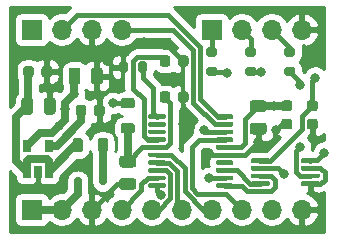
<source format=gtl>
G04 #@! TF.GenerationSoftware,KiCad,Pcbnew,5.1.10-88a1d61d58~88~ubuntu20.04.1*
G04 #@! TF.CreationDate,2021-06-12T08:26:13-04:00*
G04 #@! TF.ProjectId,stm32l0_mod_source,73746d33-326c-4305-9f6d-6f645f736f75,rev?*
G04 #@! TF.SameCoordinates,Original*
G04 #@! TF.FileFunction,Copper,L1,Top*
G04 #@! TF.FilePolarity,Positive*
%FSLAX46Y46*%
G04 Gerber Fmt 4.6, Leading zero omitted, Abs format (unit mm)*
G04 Created by KiCad (PCBNEW 5.1.10-88a1d61d58~88~ubuntu20.04.1) date 2021-06-12 08:26:13*
%MOMM*%
%LPD*%
G01*
G04 APERTURE LIST*
G04 #@! TA.AperFunction,ComponentPad*
%ADD10O,1.700000X1.700000*%
G04 #@! TD*
G04 #@! TA.AperFunction,ComponentPad*
%ADD11R,1.700000X1.700000*%
G04 #@! TD*
G04 #@! TA.AperFunction,SMDPad,CuDef*
%ADD12R,0.600000X0.450000*%
G04 #@! TD*
G04 #@! TA.AperFunction,SMDPad,CuDef*
%ADD13R,0.650000X1.060000*%
G04 #@! TD*
G04 #@! TA.AperFunction,ViaPad*
%ADD14C,0.800000*%
G04 #@! TD*
G04 #@! TA.AperFunction,Conductor*
%ADD15C,0.400000*%
G04 #@! TD*
G04 #@! TA.AperFunction,Conductor*
%ADD16C,0.700000*%
G04 #@! TD*
G04 #@! TA.AperFunction,Conductor*
%ADD17C,0.254000*%
G04 #@! TD*
G04 #@! TA.AperFunction,Conductor*
%ADD18C,0.100000*%
G04 #@! TD*
G04 APERTURE END LIST*
D10*
X96520000Y-60960000D03*
X93980000Y-60960000D03*
X91440000Y-60960000D03*
X88900000Y-60960000D03*
X86360000Y-60960000D03*
X83820000Y-60960000D03*
X81280000Y-60960000D03*
X78740000Y-60960000D03*
X76200000Y-60960000D03*
D11*
X73660000Y-60960000D03*
G04 #@! TA.AperFunction,SMDPad,CuDef*
G36*
G01*
X95229000Y-48875000D02*
X95779000Y-48875000D01*
G75*
G02*
X95979000Y-49075000I0J-200000D01*
G01*
X95979000Y-49475000D01*
G75*
G02*
X95779000Y-49675000I-200000J0D01*
G01*
X95229000Y-49675000D01*
G75*
G02*
X95029000Y-49475000I0J200000D01*
G01*
X95029000Y-49075000D01*
G75*
G02*
X95229000Y-48875000I200000J0D01*
G01*
G37*
G04 #@! TD.AperFunction*
G04 #@! TA.AperFunction,SMDPad,CuDef*
G36*
G01*
X95229000Y-47225000D02*
X95779000Y-47225000D01*
G75*
G02*
X95979000Y-47425000I0J-200000D01*
G01*
X95979000Y-47825000D01*
G75*
G02*
X95779000Y-48025000I-200000J0D01*
G01*
X95229000Y-48025000D01*
G75*
G02*
X95029000Y-47825000I0J200000D01*
G01*
X95029000Y-47425000D01*
G75*
G02*
X95229000Y-47225000I200000J0D01*
G01*
G37*
G04 #@! TD.AperFunction*
G04 #@! TA.AperFunction,SMDPad,CuDef*
G36*
G01*
X91927000Y-48876000D02*
X92477000Y-48876000D01*
G75*
G02*
X92677000Y-49076000I0J-200000D01*
G01*
X92677000Y-49476000D01*
G75*
G02*
X92477000Y-49676000I-200000J0D01*
G01*
X91927000Y-49676000D01*
G75*
G02*
X91727000Y-49476000I0J200000D01*
G01*
X91727000Y-49076000D01*
G75*
G02*
X91927000Y-48876000I200000J0D01*
G01*
G37*
G04 #@! TD.AperFunction*
G04 #@! TA.AperFunction,SMDPad,CuDef*
G36*
G01*
X91927000Y-47226000D02*
X92477000Y-47226000D01*
G75*
G02*
X92677000Y-47426000I0J-200000D01*
G01*
X92677000Y-47826000D01*
G75*
G02*
X92477000Y-48026000I-200000J0D01*
G01*
X91927000Y-48026000D01*
G75*
G02*
X91727000Y-47826000I0J200000D01*
G01*
X91727000Y-47426000D01*
G75*
G02*
X91927000Y-47226000I200000J0D01*
G01*
G37*
G04 #@! TD.AperFunction*
G04 #@! TA.AperFunction,SMDPad,CuDef*
G36*
G01*
X88625000Y-48876000D02*
X89175000Y-48876000D01*
G75*
G02*
X89375000Y-49076000I0J-200000D01*
G01*
X89375000Y-49476000D01*
G75*
G02*
X89175000Y-49676000I-200000J0D01*
G01*
X88625000Y-49676000D01*
G75*
G02*
X88425000Y-49476000I0J200000D01*
G01*
X88425000Y-49076000D01*
G75*
G02*
X88625000Y-48876000I200000J0D01*
G01*
G37*
G04 #@! TD.AperFunction*
G04 #@! TA.AperFunction,SMDPad,CuDef*
G36*
G01*
X88625000Y-47226000D02*
X89175000Y-47226000D01*
G75*
G02*
X89375000Y-47426000I0J-200000D01*
G01*
X89375000Y-47826000D01*
G75*
G02*
X89175000Y-48026000I-200000J0D01*
G01*
X88625000Y-48026000D01*
G75*
G02*
X88425000Y-47826000I0J200000D01*
G01*
X88425000Y-47426000D01*
G75*
G02*
X88625000Y-47226000I200000J0D01*
G01*
G37*
G04 #@! TD.AperFunction*
G04 #@! TA.AperFunction,SMDPad,CuDef*
G36*
G01*
X81808000Y-48620000D02*
X81808000Y-49170000D01*
G75*
G02*
X81608000Y-49370000I-200000J0D01*
G01*
X81208000Y-49370000D01*
G75*
G02*
X81008000Y-49170000I0J200000D01*
G01*
X81008000Y-48620000D01*
G75*
G02*
X81208000Y-48420000I200000J0D01*
G01*
X81608000Y-48420000D01*
G75*
G02*
X81808000Y-48620000I0J-200000D01*
G01*
G37*
G04 #@! TD.AperFunction*
G04 #@! TA.AperFunction,SMDPad,CuDef*
G36*
G01*
X83458000Y-48620000D02*
X83458000Y-49170000D01*
G75*
G02*
X83258000Y-49370000I-200000J0D01*
G01*
X82858000Y-49370000D01*
G75*
G02*
X82658000Y-49170000I0J200000D01*
G01*
X82658000Y-48620000D01*
G75*
G02*
X82858000Y-48420000I200000J0D01*
G01*
X83258000Y-48420000D01*
G75*
G02*
X83458000Y-48620000I0J-200000D01*
G01*
G37*
G04 #@! TD.AperFunction*
G04 #@! TA.AperFunction,SMDPad,CuDef*
G36*
G01*
X81313000Y-58296000D02*
X82263000Y-58296000D01*
G75*
G02*
X82513000Y-58546000I0J-250000D01*
G01*
X82513000Y-59046000D01*
G75*
G02*
X82263000Y-59296000I-250000J0D01*
G01*
X81313000Y-59296000D01*
G75*
G02*
X81063000Y-59046000I0J250000D01*
G01*
X81063000Y-58546000D01*
G75*
G02*
X81313000Y-58296000I250000J0D01*
G01*
G37*
G04 #@! TD.AperFunction*
G04 #@! TA.AperFunction,SMDPad,CuDef*
G36*
G01*
X81313000Y-56396000D02*
X82263000Y-56396000D01*
G75*
G02*
X82513000Y-56646000I0J-250000D01*
G01*
X82513000Y-57146000D01*
G75*
G02*
X82263000Y-57396000I-250000J0D01*
G01*
X81313000Y-57396000D01*
G75*
G02*
X81063000Y-57146000I0J250000D01*
G01*
X81063000Y-56646000D01*
G75*
G02*
X81313000Y-56396000I250000J0D01*
G01*
G37*
G04 #@! TD.AperFunction*
G04 #@! TA.AperFunction,SMDPad,CuDef*
G36*
G01*
X86037000Y-48637000D02*
X86037000Y-48137000D01*
G75*
G02*
X86262000Y-47912000I225000J0D01*
G01*
X86712000Y-47912000D01*
G75*
G02*
X86937000Y-48137000I0J-225000D01*
G01*
X86937000Y-48637000D01*
G75*
G02*
X86712000Y-48862000I-225000J0D01*
G01*
X86262000Y-48862000D01*
G75*
G02*
X86037000Y-48637000I0J225000D01*
G01*
G37*
G04 #@! TD.AperFunction*
G04 #@! TA.AperFunction,SMDPad,CuDef*
G36*
G01*
X84487000Y-48637000D02*
X84487000Y-48137000D01*
G75*
G02*
X84712000Y-47912000I225000J0D01*
G01*
X85162000Y-47912000D01*
G75*
G02*
X85387000Y-48137000I0J-225000D01*
G01*
X85387000Y-48637000D01*
G75*
G02*
X85162000Y-48862000I-225000J0D01*
G01*
X84712000Y-48862000D01*
G75*
G02*
X84487000Y-48637000I0J225000D01*
G01*
G37*
G04 #@! TD.AperFunction*
G04 #@! TA.AperFunction,SMDPad,CuDef*
G36*
G01*
X86037000Y-51685000D02*
X86037000Y-51185000D01*
G75*
G02*
X86262000Y-50960000I225000J0D01*
G01*
X86712000Y-50960000D01*
G75*
G02*
X86937000Y-51185000I0J-225000D01*
G01*
X86937000Y-51685000D01*
G75*
G02*
X86712000Y-51910000I-225000J0D01*
G01*
X86262000Y-51910000D01*
G75*
G02*
X86037000Y-51685000I0J225000D01*
G01*
G37*
G04 #@! TD.AperFunction*
G04 #@! TA.AperFunction,SMDPad,CuDef*
G36*
G01*
X84487000Y-51685000D02*
X84487000Y-51185000D01*
G75*
G02*
X84712000Y-50960000I225000J0D01*
G01*
X85162000Y-50960000D01*
G75*
G02*
X85387000Y-51185000I0J-225000D01*
G01*
X85387000Y-51685000D01*
G75*
G02*
X85162000Y-51910000I-225000J0D01*
G01*
X84712000Y-51910000D01*
G75*
G02*
X84487000Y-51685000I0J225000D01*
G01*
G37*
G04 #@! TD.AperFunction*
G04 #@! TA.AperFunction,SMDPad,CuDef*
G36*
G01*
X97159000Y-53271000D02*
X97659000Y-53271000D01*
G75*
G02*
X97884000Y-53496000I0J-225000D01*
G01*
X97884000Y-53946000D01*
G75*
G02*
X97659000Y-54171000I-225000J0D01*
G01*
X97159000Y-54171000D01*
G75*
G02*
X96934000Y-53946000I0J225000D01*
G01*
X96934000Y-53496000D01*
G75*
G02*
X97159000Y-53271000I225000J0D01*
G01*
G37*
G04 #@! TD.AperFunction*
G04 #@! TA.AperFunction,SMDPad,CuDef*
G36*
G01*
X97159000Y-51721000D02*
X97659000Y-51721000D01*
G75*
G02*
X97884000Y-51946000I0J-225000D01*
G01*
X97884000Y-52396000D01*
G75*
G02*
X97659000Y-52621000I-225000J0D01*
G01*
X97159000Y-52621000D01*
G75*
G02*
X96934000Y-52396000I0J225000D01*
G01*
X96934000Y-51946000D01*
G75*
G02*
X97159000Y-51721000I225000J0D01*
G01*
G37*
G04 #@! TD.AperFunction*
G04 #@! TA.AperFunction,SMDPad,CuDef*
G36*
G01*
X95000000Y-53271000D02*
X95500000Y-53271000D01*
G75*
G02*
X95725000Y-53496000I0J-225000D01*
G01*
X95725000Y-53946000D01*
G75*
G02*
X95500000Y-54171000I-225000J0D01*
G01*
X95000000Y-54171000D01*
G75*
G02*
X94775000Y-53946000I0J225000D01*
G01*
X94775000Y-53496000D01*
G75*
G02*
X95000000Y-53271000I225000J0D01*
G01*
G37*
G04 #@! TD.AperFunction*
G04 #@! TA.AperFunction,SMDPad,CuDef*
G36*
G01*
X95000000Y-51721000D02*
X95500000Y-51721000D01*
G75*
G02*
X95725000Y-51946000I0J-225000D01*
G01*
X95725000Y-52396000D01*
G75*
G02*
X95500000Y-52621000I-225000J0D01*
G01*
X95000000Y-52621000D01*
G75*
G02*
X94775000Y-52396000I0J225000D01*
G01*
X94775000Y-51946000D01*
G75*
G02*
X95000000Y-51721000I225000J0D01*
G01*
G37*
G04 #@! TD.AperFunction*
G04 #@! TA.AperFunction,SMDPad,CuDef*
G36*
G01*
X92362000Y-53602000D02*
X93312000Y-53602000D01*
G75*
G02*
X93562000Y-53852000I0J-250000D01*
G01*
X93562000Y-54352000D01*
G75*
G02*
X93312000Y-54602000I-250000J0D01*
G01*
X92362000Y-54602000D01*
G75*
G02*
X92112000Y-54352000I0J250000D01*
G01*
X92112000Y-53852000D01*
G75*
G02*
X92362000Y-53602000I250000J0D01*
G01*
G37*
G04 #@! TD.AperFunction*
G04 #@! TA.AperFunction,SMDPad,CuDef*
G36*
G01*
X92362000Y-51702000D02*
X93312000Y-51702000D01*
G75*
G02*
X93562000Y-51952000I0J-250000D01*
G01*
X93562000Y-52452000D01*
G75*
G02*
X93312000Y-52702000I-250000J0D01*
G01*
X92362000Y-52702000D01*
G75*
G02*
X92112000Y-52452000I0J250000D01*
G01*
X92112000Y-51952000D01*
G75*
G02*
X92362000Y-51702000I250000J0D01*
G01*
G37*
G04 #@! TD.AperFunction*
G04 #@! TA.AperFunction,SMDPad,CuDef*
G36*
G01*
X78682000Y-50132000D02*
X78682000Y-49182000D01*
G75*
G02*
X78932000Y-48932000I250000J0D01*
G01*
X79432000Y-48932000D01*
G75*
G02*
X79682000Y-49182000I0J-250000D01*
G01*
X79682000Y-50132000D01*
G75*
G02*
X79432000Y-50382000I-250000J0D01*
G01*
X78932000Y-50382000D01*
G75*
G02*
X78682000Y-50132000I0J250000D01*
G01*
G37*
G04 #@! TD.AperFunction*
G04 #@! TA.AperFunction,SMDPad,CuDef*
G36*
G01*
X76782000Y-50132000D02*
X76782000Y-49182000D01*
G75*
G02*
X77032000Y-48932000I250000J0D01*
G01*
X77532000Y-48932000D01*
G75*
G02*
X77782000Y-49182000I0J-250000D01*
G01*
X77782000Y-50132000D01*
G75*
G02*
X77532000Y-50382000I-250000J0D01*
G01*
X77032000Y-50382000D01*
G75*
G02*
X76782000Y-50132000I0J250000D01*
G01*
G37*
G04 #@! TD.AperFunction*
G04 #@! TA.AperFunction,SMDPad,CuDef*
G36*
G01*
X78925000Y-52828000D02*
X78925000Y-52328000D01*
G75*
G02*
X79150000Y-52103000I225000J0D01*
G01*
X79600000Y-52103000D01*
G75*
G02*
X79825000Y-52328000I0J-225000D01*
G01*
X79825000Y-52828000D01*
G75*
G02*
X79600000Y-53053000I-225000J0D01*
G01*
X79150000Y-53053000D01*
G75*
G02*
X78925000Y-52828000I0J225000D01*
G01*
G37*
G04 #@! TD.AperFunction*
G04 #@! TA.AperFunction,SMDPad,CuDef*
G36*
G01*
X77375000Y-52828000D02*
X77375000Y-52328000D01*
G75*
G02*
X77600000Y-52103000I225000J0D01*
G01*
X78050000Y-52103000D01*
G75*
G02*
X78275000Y-52328000I0J-225000D01*
G01*
X78275000Y-52828000D01*
G75*
G02*
X78050000Y-53053000I-225000J0D01*
G01*
X77600000Y-53053000D01*
G75*
G02*
X77375000Y-52828000I0J225000D01*
G01*
G37*
G04 #@! TD.AperFunction*
G04 #@! TA.AperFunction,SMDPad,CuDef*
G36*
G01*
X74480000Y-49526000D02*
X74480000Y-49026000D01*
G75*
G02*
X74705000Y-48801000I225000J0D01*
G01*
X75155000Y-48801000D01*
G75*
G02*
X75380000Y-49026000I0J-225000D01*
G01*
X75380000Y-49526000D01*
G75*
G02*
X75155000Y-49751000I-225000J0D01*
G01*
X74705000Y-49751000D01*
G75*
G02*
X74480000Y-49526000I0J225000D01*
G01*
G37*
G04 #@! TD.AperFunction*
G04 #@! TA.AperFunction,SMDPad,CuDef*
G36*
G01*
X72930000Y-49526000D02*
X72930000Y-49026000D01*
G75*
G02*
X73155000Y-48801000I225000J0D01*
G01*
X73605000Y-48801000D01*
G75*
G02*
X73830000Y-49026000I0J-225000D01*
G01*
X73830000Y-49526000D01*
G75*
G02*
X73605000Y-49751000I-225000J0D01*
G01*
X73155000Y-49751000D01*
G75*
G02*
X72930000Y-49526000I0J225000D01*
G01*
G37*
G04 #@! TD.AperFunction*
G04 #@! TA.AperFunction,SMDPad,CuDef*
G36*
G01*
X74684000Y-52672000D02*
X74684000Y-51722000D01*
G75*
G02*
X74934000Y-51472000I250000J0D01*
G01*
X75434000Y-51472000D01*
G75*
G02*
X75684000Y-51722000I0J-250000D01*
G01*
X75684000Y-52672000D01*
G75*
G02*
X75434000Y-52922000I-250000J0D01*
G01*
X74934000Y-52922000D01*
G75*
G02*
X74684000Y-52672000I0J250000D01*
G01*
G37*
G04 #@! TD.AperFunction*
G04 #@! TA.AperFunction,SMDPad,CuDef*
G36*
G01*
X72784000Y-52672000D02*
X72784000Y-51722000D01*
G75*
G02*
X73034000Y-51472000I250000J0D01*
G01*
X73534000Y-51472000D01*
G75*
G02*
X73784000Y-51722000I0J-250000D01*
G01*
X73784000Y-52672000D01*
G75*
G02*
X73534000Y-52922000I-250000J0D01*
G01*
X73034000Y-52922000D01*
G75*
G02*
X72784000Y-52672000I0J250000D01*
G01*
G37*
G04 #@! TD.AperFunction*
G04 #@! TA.AperFunction,SMDPad,CuDef*
G36*
G01*
X89247000Y-53182000D02*
X89247000Y-52982000D01*
G75*
G02*
X89347000Y-52882000I100000J0D01*
G01*
X90622000Y-52882000D01*
G75*
G02*
X90722000Y-52982000I0J-100000D01*
G01*
X90722000Y-53182000D01*
G75*
G02*
X90622000Y-53282000I-100000J0D01*
G01*
X89347000Y-53282000D01*
G75*
G02*
X89247000Y-53182000I0J100000D01*
G01*
G37*
G04 #@! TD.AperFunction*
G04 #@! TA.AperFunction,SMDPad,CuDef*
G36*
G01*
X89247000Y-53832000D02*
X89247000Y-53632000D01*
G75*
G02*
X89347000Y-53532000I100000J0D01*
G01*
X90622000Y-53532000D01*
G75*
G02*
X90722000Y-53632000I0J-100000D01*
G01*
X90722000Y-53832000D01*
G75*
G02*
X90622000Y-53932000I-100000J0D01*
G01*
X89347000Y-53932000D01*
G75*
G02*
X89247000Y-53832000I0J100000D01*
G01*
G37*
G04 #@! TD.AperFunction*
G04 #@! TA.AperFunction,SMDPad,CuDef*
G36*
G01*
X89247000Y-54482000D02*
X89247000Y-54282000D01*
G75*
G02*
X89347000Y-54182000I100000J0D01*
G01*
X90622000Y-54182000D01*
G75*
G02*
X90722000Y-54282000I0J-100000D01*
G01*
X90722000Y-54482000D01*
G75*
G02*
X90622000Y-54582000I-100000J0D01*
G01*
X89347000Y-54582000D01*
G75*
G02*
X89247000Y-54482000I0J100000D01*
G01*
G37*
G04 #@! TD.AperFunction*
G04 #@! TA.AperFunction,SMDPad,CuDef*
G36*
G01*
X89247000Y-55132000D02*
X89247000Y-54932000D01*
G75*
G02*
X89347000Y-54832000I100000J0D01*
G01*
X90622000Y-54832000D01*
G75*
G02*
X90722000Y-54932000I0J-100000D01*
G01*
X90722000Y-55132000D01*
G75*
G02*
X90622000Y-55232000I-100000J0D01*
G01*
X89347000Y-55232000D01*
G75*
G02*
X89247000Y-55132000I0J100000D01*
G01*
G37*
G04 #@! TD.AperFunction*
G04 #@! TA.AperFunction,SMDPad,CuDef*
G36*
G01*
X89247000Y-55782000D02*
X89247000Y-55582000D01*
G75*
G02*
X89347000Y-55482000I100000J0D01*
G01*
X90622000Y-55482000D01*
G75*
G02*
X90722000Y-55582000I0J-100000D01*
G01*
X90722000Y-55782000D01*
G75*
G02*
X90622000Y-55882000I-100000J0D01*
G01*
X89347000Y-55882000D01*
G75*
G02*
X89247000Y-55782000I0J100000D01*
G01*
G37*
G04 #@! TD.AperFunction*
G04 #@! TA.AperFunction,SMDPad,CuDef*
G36*
G01*
X89247000Y-56432000D02*
X89247000Y-56232000D01*
G75*
G02*
X89347000Y-56132000I100000J0D01*
G01*
X90622000Y-56132000D01*
G75*
G02*
X90722000Y-56232000I0J-100000D01*
G01*
X90722000Y-56432000D01*
G75*
G02*
X90622000Y-56532000I-100000J0D01*
G01*
X89347000Y-56532000D01*
G75*
G02*
X89247000Y-56432000I0J100000D01*
G01*
G37*
G04 #@! TD.AperFunction*
G04 #@! TA.AperFunction,SMDPad,CuDef*
G36*
G01*
X89247000Y-57082000D02*
X89247000Y-56882000D01*
G75*
G02*
X89347000Y-56782000I100000J0D01*
G01*
X90622000Y-56782000D01*
G75*
G02*
X90722000Y-56882000I0J-100000D01*
G01*
X90722000Y-57082000D01*
G75*
G02*
X90622000Y-57182000I-100000J0D01*
G01*
X89347000Y-57182000D01*
G75*
G02*
X89247000Y-57082000I0J100000D01*
G01*
G37*
G04 #@! TD.AperFunction*
G04 #@! TA.AperFunction,SMDPad,CuDef*
G36*
G01*
X89247000Y-57732000D02*
X89247000Y-57532000D01*
G75*
G02*
X89347000Y-57432000I100000J0D01*
G01*
X90622000Y-57432000D01*
G75*
G02*
X90722000Y-57532000I0J-100000D01*
G01*
X90722000Y-57732000D01*
G75*
G02*
X90622000Y-57832000I-100000J0D01*
G01*
X89347000Y-57832000D01*
G75*
G02*
X89247000Y-57732000I0J100000D01*
G01*
G37*
G04 #@! TD.AperFunction*
G04 #@! TA.AperFunction,SMDPad,CuDef*
G36*
G01*
X89247000Y-58382000D02*
X89247000Y-58182000D01*
G75*
G02*
X89347000Y-58082000I100000J0D01*
G01*
X90622000Y-58082000D01*
G75*
G02*
X90722000Y-58182000I0J-100000D01*
G01*
X90722000Y-58382000D01*
G75*
G02*
X90622000Y-58482000I-100000J0D01*
G01*
X89347000Y-58482000D01*
G75*
G02*
X89247000Y-58382000I0J100000D01*
G01*
G37*
G04 #@! TD.AperFunction*
G04 #@! TA.AperFunction,SMDPad,CuDef*
G36*
G01*
X89247000Y-59032000D02*
X89247000Y-58832000D01*
G75*
G02*
X89347000Y-58732000I100000J0D01*
G01*
X90622000Y-58732000D01*
G75*
G02*
X90722000Y-58832000I0J-100000D01*
G01*
X90722000Y-59032000D01*
G75*
G02*
X90622000Y-59132000I-100000J0D01*
G01*
X89347000Y-59132000D01*
G75*
G02*
X89247000Y-59032000I0J100000D01*
G01*
G37*
G04 #@! TD.AperFunction*
G04 #@! TA.AperFunction,SMDPad,CuDef*
G36*
G01*
X83522000Y-59032000D02*
X83522000Y-58832000D01*
G75*
G02*
X83622000Y-58732000I100000J0D01*
G01*
X84897000Y-58732000D01*
G75*
G02*
X84997000Y-58832000I0J-100000D01*
G01*
X84997000Y-59032000D01*
G75*
G02*
X84897000Y-59132000I-100000J0D01*
G01*
X83622000Y-59132000D01*
G75*
G02*
X83522000Y-59032000I0J100000D01*
G01*
G37*
G04 #@! TD.AperFunction*
G04 #@! TA.AperFunction,SMDPad,CuDef*
G36*
G01*
X83522000Y-58382000D02*
X83522000Y-58182000D01*
G75*
G02*
X83622000Y-58082000I100000J0D01*
G01*
X84897000Y-58082000D01*
G75*
G02*
X84997000Y-58182000I0J-100000D01*
G01*
X84997000Y-58382000D01*
G75*
G02*
X84897000Y-58482000I-100000J0D01*
G01*
X83622000Y-58482000D01*
G75*
G02*
X83522000Y-58382000I0J100000D01*
G01*
G37*
G04 #@! TD.AperFunction*
G04 #@! TA.AperFunction,SMDPad,CuDef*
G36*
G01*
X83522000Y-57732000D02*
X83522000Y-57532000D01*
G75*
G02*
X83622000Y-57432000I100000J0D01*
G01*
X84897000Y-57432000D01*
G75*
G02*
X84997000Y-57532000I0J-100000D01*
G01*
X84997000Y-57732000D01*
G75*
G02*
X84897000Y-57832000I-100000J0D01*
G01*
X83622000Y-57832000D01*
G75*
G02*
X83522000Y-57732000I0J100000D01*
G01*
G37*
G04 #@! TD.AperFunction*
G04 #@! TA.AperFunction,SMDPad,CuDef*
G36*
G01*
X83522000Y-57082000D02*
X83522000Y-56882000D01*
G75*
G02*
X83622000Y-56782000I100000J0D01*
G01*
X84897000Y-56782000D01*
G75*
G02*
X84997000Y-56882000I0J-100000D01*
G01*
X84997000Y-57082000D01*
G75*
G02*
X84897000Y-57182000I-100000J0D01*
G01*
X83622000Y-57182000D01*
G75*
G02*
X83522000Y-57082000I0J100000D01*
G01*
G37*
G04 #@! TD.AperFunction*
G04 #@! TA.AperFunction,SMDPad,CuDef*
G36*
G01*
X83522000Y-56432000D02*
X83522000Y-56232000D01*
G75*
G02*
X83622000Y-56132000I100000J0D01*
G01*
X84897000Y-56132000D01*
G75*
G02*
X84997000Y-56232000I0J-100000D01*
G01*
X84997000Y-56432000D01*
G75*
G02*
X84897000Y-56532000I-100000J0D01*
G01*
X83622000Y-56532000D01*
G75*
G02*
X83522000Y-56432000I0J100000D01*
G01*
G37*
G04 #@! TD.AperFunction*
G04 #@! TA.AperFunction,SMDPad,CuDef*
G36*
G01*
X83522000Y-55782000D02*
X83522000Y-55582000D01*
G75*
G02*
X83622000Y-55482000I100000J0D01*
G01*
X84897000Y-55482000D01*
G75*
G02*
X84997000Y-55582000I0J-100000D01*
G01*
X84997000Y-55782000D01*
G75*
G02*
X84897000Y-55882000I-100000J0D01*
G01*
X83622000Y-55882000D01*
G75*
G02*
X83522000Y-55782000I0J100000D01*
G01*
G37*
G04 #@! TD.AperFunction*
G04 #@! TA.AperFunction,SMDPad,CuDef*
G36*
G01*
X83522000Y-55132000D02*
X83522000Y-54932000D01*
G75*
G02*
X83622000Y-54832000I100000J0D01*
G01*
X84897000Y-54832000D01*
G75*
G02*
X84997000Y-54932000I0J-100000D01*
G01*
X84997000Y-55132000D01*
G75*
G02*
X84897000Y-55232000I-100000J0D01*
G01*
X83622000Y-55232000D01*
G75*
G02*
X83522000Y-55132000I0J100000D01*
G01*
G37*
G04 #@! TD.AperFunction*
G04 #@! TA.AperFunction,SMDPad,CuDef*
G36*
G01*
X83522000Y-54482000D02*
X83522000Y-54282000D01*
G75*
G02*
X83622000Y-54182000I100000J0D01*
G01*
X84897000Y-54182000D01*
G75*
G02*
X84997000Y-54282000I0J-100000D01*
G01*
X84997000Y-54482000D01*
G75*
G02*
X84897000Y-54582000I-100000J0D01*
G01*
X83622000Y-54582000D01*
G75*
G02*
X83522000Y-54482000I0J100000D01*
G01*
G37*
G04 #@! TD.AperFunction*
G04 #@! TA.AperFunction,SMDPad,CuDef*
G36*
G01*
X83522000Y-53832000D02*
X83522000Y-53632000D01*
G75*
G02*
X83622000Y-53532000I100000J0D01*
G01*
X84897000Y-53532000D01*
G75*
G02*
X84997000Y-53632000I0J-100000D01*
G01*
X84997000Y-53832000D01*
G75*
G02*
X84897000Y-53932000I-100000J0D01*
G01*
X83622000Y-53932000D01*
G75*
G02*
X83522000Y-53832000I0J100000D01*
G01*
G37*
G04 #@! TD.AperFunction*
G04 #@! TA.AperFunction,SMDPad,CuDef*
G36*
G01*
X83522000Y-53182000D02*
X83522000Y-52982000D01*
G75*
G02*
X83622000Y-52882000I100000J0D01*
G01*
X84897000Y-52882000D01*
G75*
G02*
X84997000Y-52982000I0J-100000D01*
G01*
X84997000Y-53182000D01*
G75*
G02*
X84897000Y-53282000I-100000J0D01*
G01*
X83622000Y-53282000D01*
G75*
G02*
X83522000Y-53182000I0J100000D01*
G01*
G37*
G04 #@! TD.AperFunction*
G04 #@! TA.AperFunction,SMDPad,CuDef*
G36*
G01*
X96423000Y-56910000D02*
X96423000Y-56710000D01*
G75*
G02*
X96523000Y-56610000I100000J0D01*
G01*
X97948000Y-56610000D01*
G75*
G02*
X98048000Y-56710000I0J-100000D01*
G01*
X98048000Y-56910000D01*
G75*
G02*
X97948000Y-57010000I-100000J0D01*
G01*
X96523000Y-57010000D01*
G75*
G02*
X96423000Y-56910000I0J100000D01*
G01*
G37*
G04 #@! TD.AperFunction*
G04 #@! TA.AperFunction,SMDPad,CuDef*
G36*
G01*
X96423000Y-57560000D02*
X96423000Y-57360000D01*
G75*
G02*
X96523000Y-57260000I100000J0D01*
G01*
X97948000Y-57260000D01*
G75*
G02*
X98048000Y-57360000I0J-100000D01*
G01*
X98048000Y-57560000D01*
G75*
G02*
X97948000Y-57660000I-100000J0D01*
G01*
X96523000Y-57660000D01*
G75*
G02*
X96423000Y-57560000I0J100000D01*
G01*
G37*
G04 #@! TD.AperFunction*
G04 #@! TA.AperFunction,SMDPad,CuDef*
G36*
G01*
X96423000Y-58210000D02*
X96423000Y-58010000D01*
G75*
G02*
X96523000Y-57910000I100000J0D01*
G01*
X97948000Y-57910000D01*
G75*
G02*
X98048000Y-58010000I0J-100000D01*
G01*
X98048000Y-58210000D01*
G75*
G02*
X97948000Y-58310000I-100000J0D01*
G01*
X96523000Y-58310000D01*
G75*
G02*
X96423000Y-58210000I0J100000D01*
G01*
G37*
G04 #@! TD.AperFunction*
G04 #@! TA.AperFunction,SMDPad,CuDef*
G36*
G01*
X96423000Y-58860000D02*
X96423000Y-58660000D01*
G75*
G02*
X96523000Y-58560000I100000J0D01*
G01*
X97948000Y-58560000D01*
G75*
G02*
X98048000Y-58660000I0J-100000D01*
G01*
X98048000Y-58860000D01*
G75*
G02*
X97948000Y-58960000I-100000J0D01*
G01*
X96523000Y-58960000D01*
G75*
G02*
X96423000Y-58860000I0J100000D01*
G01*
G37*
G04 #@! TD.AperFunction*
G04 #@! TA.AperFunction,SMDPad,CuDef*
G36*
G01*
X92198000Y-58860000D02*
X92198000Y-58660000D01*
G75*
G02*
X92298000Y-58560000I100000J0D01*
G01*
X93723000Y-58560000D01*
G75*
G02*
X93823000Y-58660000I0J-100000D01*
G01*
X93823000Y-58860000D01*
G75*
G02*
X93723000Y-58960000I-100000J0D01*
G01*
X92298000Y-58960000D01*
G75*
G02*
X92198000Y-58860000I0J100000D01*
G01*
G37*
G04 #@! TD.AperFunction*
G04 #@! TA.AperFunction,SMDPad,CuDef*
G36*
G01*
X92198000Y-58210000D02*
X92198000Y-58010000D01*
G75*
G02*
X92298000Y-57910000I100000J0D01*
G01*
X93723000Y-57910000D01*
G75*
G02*
X93823000Y-58010000I0J-100000D01*
G01*
X93823000Y-58210000D01*
G75*
G02*
X93723000Y-58310000I-100000J0D01*
G01*
X92298000Y-58310000D01*
G75*
G02*
X92198000Y-58210000I0J100000D01*
G01*
G37*
G04 #@! TD.AperFunction*
G04 #@! TA.AperFunction,SMDPad,CuDef*
G36*
G01*
X92198000Y-57560000D02*
X92198000Y-57360000D01*
G75*
G02*
X92298000Y-57260000I100000J0D01*
G01*
X93723000Y-57260000D01*
G75*
G02*
X93823000Y-57360000I0J-100000D01*
G01*
X93823000Y-57560000D01*
G75*
G02*
X93723000Y-57660000I-100000J0D01*
G01*
X92298000Y-57660000D01*
G75*
G02*
X92198000Y-57560000I0J100000D01*
G01*
G37*
G04 #@! TD.AperFunction*
G04 #@! TA.AperFunction,SMDPad,CuDef*
G36*
G01*
X92198000Y-56910000D02*
X92198000Y-56710000D01*
G75*
G02*
X92298000Y-56610000I100000J0D01*
G01*
X93723000Y-56610000D01*
G75*
G02*
X93823000Y-56710000I0J-100000D01*
G01*
X93823000Y-56910000D01*
G75*
G02*
X93723000Y-57010000I-100000J0D01*
G01*
X92298000Y-57010000D01*
G75*
G02*
X92198000Y-56910000I0J100000D01*
G01*
G37*
G04 #@! TD.AperFunction*
D12*
X77563000Y-58547000D03*
X79663000Y-58547000D03*
D13*
X73218000Y-55542000D03*
X75118000Y-55542000D03*
X75118000Y-57742000D03*
X74168000Y-57742000D03*
X73218000Y-57742000D03*
G04 #@! TA.AperFunction,SMDPad,CuDef*
G36*
G01*
X82169250Y-52380500D02*
X81406750Y-52380500D01*
G75*
G02*
X81188000Y-52161750I0J218750D01*
G01*
X81188000Y-51724250D01*
G75*
G02*
X81406750Y-51505500I218750J0D01*
G01*
X82169250Y-51505500D01*
G75*
G02*
X82388000Y-51724250I0J-218750D01*
G01*
X82388000Y-52161750D01*
G75*
G02*
X82169250Y-52380500I-218750J0D01*
G01*
G37*
G04 #@! TD.AperFunction*
G04 #@! TA.AperFunction,SMDPad,CuDef*
G36*
G01*
X82169250Y-54505500D02*
X81406750Y-54505500D01*
G75*
G02*
X81188000Y-54286750I0J218750D01*
G01*
X81188000Y-53849250D01*
G75*
G02*
X81406750Y-53630500I218750J0D01*
G01*
X82169250Y-53630500D01*
G75*
G02*
X82388000Y-53849250I0J-218750D01*
G01*
X82388000Y-54286750D01*
G75*
G02*
X82169250Y-54505500I-218750J0D01*
G01*
G37*
G04 #@! TD.AperFunction*
G04 #@! TA.AperFunction,SMDPad,CuDef*
G36*
G01*
X79238000Y-55880250D02*
X79238000Y-55117750D01*
G75*
G02*
X79456750Y-54899000I218750J0D01*
G01*
X79894250Y-54899000D01*
G75*
G02*
X80113000Y-55117750I0J-218750D01*
G01*
X80113000Y-55880250D01*
G75*
G02*
X79894250Y-56099000I-218750J0D01*
G01*
X79456750Y-56099000D01*
G75*
G02*
X79238000Y-55880250I0J218750D01*
G01*
G37*
G04 #@! TD.AperFunction*
G04 #@! TA.AperFunction,SMDPad,CuDef*
G36*
G01*
X77113000Y-55880250D02*
X77113000Y-55117750D01*
G75*
G02*
X77331750Y-54899000I218750J0D01*
G01*
X77769250Y-54899000D01*
G75*
G02*
X77988000Y-55117750I0J-218750D01*
G01*
X77988000Y-55880250D01*
G75*
G02*
X77769250Y-56099000I-218750J0D01*
G01*
X77331750Y-56099000D01*
G75*
G02*
X77113000Y-55880250I0J218750D01*
G01*
G37*
G04 #@! TD.AperFunction*
D10*
X96520000Y-45720000D03*
X93980000Y-45720000D03*
X91440000Y-45720000D03*
D11*
X88900000Y-45720000D03*
D10*
X81280000Y-45720000D03*
X78740000Y-45720000D03*
X76200000Y-45720000D03*
D11*
X73660000Y-45720000D03*
D14*
X92837000Y-55245000D03*
X94361000Y-54229000D03*
X97409000Y-54864000D03*
X74168000Y-59182000D03*
X80010000Y-48387000D03*
X75692000Y-59182000D03*
X72390000Y-59182000D03*
X88646000Y-56134000D03*
X83185000Y-46736000D03*
X86487000Y-53721000D03*
X97663000Y-49784000D03*
X94133000Y-52171000D03*
X75946000Y-53848000D03*
X80518000Y-51943000D03*
X77216000Y-51181000D03*
X76453992Y-52451008D03*
X84582000Y-59690000D03*
X94996000Y-57912002D03*
X96393000Y-55626000D03*
X93091000Y-49276000D03*
X88265000Y-54229000D03*
X90170000Y-49403000D03*
X98425000Y-56134000D03*
X96393000Y-50419000D03*
X88646000Y-58293000D03*
D15*
X92837000Y-54102000D02*
X92837000Y-55245000D01*
X94869000Y-53721000D02*
X94361000Y-54229000D01*
X95250000Y-53721000D02*
X94869000Y-53721000D01*
X97409000Y-53721000D02*
X97409000Y-54864000D01*
X91750000Y-56332000D02*
X92837000Y-55245000D01*
X89984500Y-56332000D02*
X91750000Y-56332000D01*
X80904000Y-58796000D02*
X78740000Y-60960000D01*
X81788000Y-58796000D02*
X80904000Y-58796000D01*
X74168000Y-57742000D02*
X74168000Y-59182000D01*
X80518000Y-48895000D02*
X80010000Y-48387000D01*
X81408000Y-48895000D02*
X80518000Y-48895000D01*
X98105124Y-58760000D02*
X97235500Y-58760000D01*
X98448010Y-57802886D02*
X98448010Y-58417114D01*
X98448010Y-58417114D02*
X98105124Y-58760000D01*
X98105124Y-57460000D02*
X98448010Y-57802886D01*
X97235500Y-57460000D02*
X98105124Y-57460000D01*
X88844000Y-56332000D02*
X88646000Y-56134000D01*
X89984500Y-56332000D02*
X88844000Y-56332000D01*
X97235500Y-58760000D02*
X97235500Y-59262500D01*
X97235500Y-59262500D02*
X97917000Y-59944000D01*
X84836000Y-46736000D02*
X86487000Y-48387000D01*
X83185000Y-46736000D02*
X84836000Y-46736000D01*
D16*
X75118000Y-56846998D02*
X75118000Y-57742000D01*
X74933001Y-56661999D02*
X75118000Y-56846998D01*
X73402999Y-56661999D02*
X74933001Y-56661999D01*
X73218000Y-56846998D02*
X73402999Y-56661999D01*
X73218000Y-57742000D02*
X73218000Y-56846998D01*
X73380000Y-52101000D02*
X73284000Y-52197000D01*
X73380000Y-49276000D02*
X73380000Y-52101000D01*
X72342999Y-56866999D02*
X73218000Y-57742000D01*
X72342999Y-53138001D02*
X72342999Y-56866999D01*
X73284000Y-52197000D02*
X72342999Y-53138001D01*
X77361000Y-55499000D02*
X75118000Y-57742000D01*
X77550500Y-55499000D02*
X77361000Y-55499000D01*
D15*
X96533990Y-53046010D02*
X97409000Y-52171000D01*
X96533990Y-54099010D02*
X96533990Y-53046010D01*
X93823000Y-56810000D02*
X96533990Y-54099010D01*
X93010500Y-56810000D02*
X93823000Y-56810000D01*
X97409000Y-50038000D02*
X97663000Y-49784000D01*
X97409000Y-52171000D02*
X97409000Y-50038000D01*
D16*
X92868000Y-52171000D02*
X92837000Y-52202000D01*
X95250000Y-52171000D02*
X94133000Y-52171000D01*
X94133000Y-52171000D02*
X92868000Y-52171000D01*
D15*
X81788000Y-51943000D02*
X80518000Y-51943000D01*
X91711990Y-53327010D02*
X92837000Y-52202000D01*
X91711990Y-55354010D02*
X91711990Y-53327010D01*
X91384000Y-55682000D02*
X91711990Y-55354010D01*
X89984500Y-55682000D02*
X91384000Y-55682000D01*
D16*
X74323010Y-54461999D02*
X73243009Y-55542000D01*
X75332001Y-54461999D02*
X74323010Y-54461999D01*
X77216000Y-49911000D02*
X77216000Y-51181000D01*
X76453992Y-53340008D02*
X75332001Y-54461999D01*
X77282000Y-49845000D02*
X77216000Y-49911000D01*
X76453992Y-51943008D02*
X76453992Y-52451008D01*
X77216000Y-51181000D02*
X76453992Y-51943008D01*
X77282000Y-49657000D02*
X77282000Y-49845000D01*
X77216000Y-51181000D02*
X77216000Y-51181000D01*
X76453992Y-52451008D02*
X76453992Y-53340008D01*
D15*
X83002000Y-55682000D02*
X81788000Y-56896000D01*
X84259500Y-55682000D02*
X83002000Y-55682000D01*
D16*
X81788000Y-56896000D02*
X81788000Y-54068000D01*
D15*
X85397010Y-51895010D02*
X84937000Y-51435000D01*
X85397010Y-55339114D02*
X85397010Y-51895010D01*
X85054124Y-55682000D02*
X85397010Y-55339114D01*
X84259500Y-55682000D02*
X85054124Y-55682000D01*
D16*
X79663000Y-55511500D02*
X79675500Y-55499000D01*
X79663000Y-58547000D02*
X79663000Y-55511500D01*
D15*
X87337010Y-51904010D02*
X87337010Y-47459010D01*
X87337010Y-47459010D02*
X85598000Y-45720000D01*
X89165000Y-53732000D02*
X87337010Y-51904010D01*
X85598000Y-45720000D02*
X81280000Y-45720000D01*
X89984500Y-53732000D02*
X89165000Y-53732000D01*
X77450001Y-44469999D02*
X76200000Y-45720000D01*
X85196542Y-44469999D02*
X77450001Y-44469999D01*
X87937021Y-47210478D02*
X85196542Y-44469999D01*
X87937021Y-51615021D02*
X87937021Y-47210478D01*
X89404000Y-53082000D02*
X87937021Y-51615021D01*
X89984500Y-53082000D02*
X89404000Y-53082000D01*
X92140876Y-58760000D02*
X93010500Y-58760000D01*
X91012876Y-57632000D02*
X92140876Y-58760000D01*
X89984500Y-57632000D02*
X91012876Y-57632000D01*
X91892344Y-59360010D02*
X93930114Y-59360010D01*
X93930114Y-59360010D02*
X94223010Y-59067114D01*
X93880124Y-58110000D02*
X93010500Y-58110000D01*
X94223010Y-58452886D02*
X93880124Y-58110000D01*
X94223010Y-59067114D02*
X94223010Y-58452886D01*
X89984500Y-58932000D02*
X91464334Y-58932000D01*
X91464334Y-58932000D02*
X91892344Y-59360010D01*
X84259500Y-59367500D02*
X84582000Y-59690000D01*
X84259500Y-58932000D02*
X84259500Y-59367500D01*
X93010500Y-57460000D02*
X94543998Y-57460000D01*
X94543998Y-57460000D02*
X94996000Y-57912002D01*
X95504000Y-47244000D02*
X93980000Y-45720000D01*
X95504000Y-47625000D02*
X95504000Y-47244000D01*
X83058000Y-49784000D02*
X83058000Y-48895000D01*
X83947000Y-50673000D02*
X83058000Y-49784000D01*
X83947000Y-52769500D02*
X83947000Y-50673000D01*
X84259500Y-53082000D02*
X83947000Y-52769500D01*
X96022990Y-57767114D02*
X96022990Y-55996010D01*
X96365876Y-58110000D02*
X96022990Y-57767114D01*
X96022990Y-55996010D02*
X96393000Y-55626000D01*
X97235500Y-58110000D02*
X96365876Y-58110000D01*
X92202000Y-49276000D02*
X93091000Y-49276000D01*
D16*
X75776000Y-55542000D02*
X77825000Y-53493000D01*
X77825000Y-53493000D02*
X77825000Y-52578000D01*
X75118000Y-55542000D02*
X75776000Y-55542000D01*
D15*
X88418000Y-54382000D02*
X88265000Y-54229000D01*
X89984500Y-54382000D02*
X88418000Y-54382000D01*
X87197043Y-55677957D02*
X87843000Y-55032000D01*
X87197043Y-59171045D02*
X87197043Y-55677957D01*
X87626999Y-59601003D02*
X87197043Y-59171045D01*
X87843000Y-55032000D02*
X89984500Y-55032000D01*
X90081003Y-59601003D02*
X87626999Y-59601003D01*
X91440000Y-60960000D02*
X90081003Y-59601003D01*
X88137455Y-60960000D02*
X86597032Y-59419577D01*
X86597032Y-59419577D02*
X86597032Y-57454951D01*
X86597032Y-57454951D02*
X85474081Y-56332000D01*
X88900000Y-60960000D02*
X88137455Y-60960000D01*
X85474081Y-56332000D02*
X84259500Y-56332000D01*
X85252666Y-56982000D02*
X84259500Y-56982000D01*
X85997021Y-57726354D02*
X85252666Y-56982000D01*
X85997021Y-60597021D02*
X85997021Y-57726354D01*
X86360000Y-60960000D02*
X85997021Y-60597021D01*
X85397010Y-57974886D02*
X85054124Y-57632000D01*
X85054124Y-57632000D02*
X84259500Y-57632000D01*
X84455000Y-60960000D02*
X85397010Y-60017990D01*
X83820000Y-60960000D02*
X84455000Y-60960000D01*
X85397010Y-60017990D02*
X85397010Y-57974886D01*
X83464876Y-58282000D02*
X84259500Y-58282000D01*
X82913010Y-58833866D02*
X83464876Y-58282000D01*
X82913010Y-59326990D02*
X82913010Y-58833866D01*
X81280000Y-60960000D02*
X82913010Y-59326990D01*
X92202000Y-46482000D02*
X91440000Y-45720000D01*
X92202000Y-47626000D02*
X92202000Y-46482000D01*
X88900000Y-47626000D02*
X88900000Y-45720000D01*
X88900000Y-49276000D02*
X90043000Y-49276000D01*
X90043000Y-49276000D02*
X90170000Y-49403000D01*
X97235500Y-56769000D02*
X97235500Y-56810000D01*
X97790000Y-56769000D02*
X97235500Y-56769000D01*
X98425000Y-56134000D02*
X97790000Y-56769000D01*
X96393000Y-50164000D02*
X95504000Y-49275000D01*
X96393000Y-50419000D02*
X96393000Y-50164000D01*
X88657000Y-58282000D02*
X88646000Y-58293000D01*
X89984500Y-58282000D02*
X88657000Y-58282000D01*
X83464876Y-55032000D02*
X84259500Y-55032000D01*
X83121990Y-51625990D02*
X83121990Y-54689114D01*
X83121990Y-54689114D02*
X83464876Y-55032000D01*
X82257990Y-50761990D02*
X83121990Y-51625990D01*
X82257990Y-48371466D02*
X82257990Y-50761990D01*
X82609466Y-48019990D02*
X82257990Y-48371466D01*
X84569990Y-48019990D02*
X82609466Y-48019990D01*
X84937000Y-48387000D02*
X84569990Y-48019990D01*
D16*
X77563000Y-59597000D02*
X76200000Y-60960000D01*
X77563000Y-58547000D02*
X77563000Y-59597000D01*
X76200000Y-60960000D02*
X73660000Y-60960000D01*
D17*
X78616392Y-56047408D02*
X78665150Y-56208142D01*
X78678001Y-56232184D01*
X78678000Y-58595379D01*
X78692253Y-58740093D01*
X78735984Y-58884255D01*
X78737188Y-58896482D01*
X78773498Y-59016180D01*
X78832463Y-59126494D01*
X78911815Y-59223185D01*
X79008506Y-59302537D01*
X79072904Y-59336959D01*
X79113116Y-59369960D01*
X79284233Y-59461424D01*
X79469906Y-59517747D01*
X79663000Y-59536765D01*
X79856093Y-59517747D01*
X80041766Y-59461424D01*
X80212884Y-59369960D01*
X80253096Y-59336959D01*
X80317494Y-59302537D01*
X80414185Y-59223185D01*
X80426182Y-59208567D01*
X80424928Y-59296000D01*
X80437188Y-59420482D01*
X80473498Y-59540180D01*
X80532463Y-59650494D01*
X80544654Y-59665348D01*
X80333368Y-59806525D01*
X80126525Y-60013368D01*
X80004805Y-60195534D01*
X79935178Y-60078645D01*
X79740269Y-59862412D01*
X79506920Y-59688359D01*
X79244099Y-59563175D01*
X79096890Y-59518524D01*
X78867000Y-59639845D01*
X78867000Y-60833000D01*
X78887000Y-60833000D01*
X78887000Y-61087000D01*
X78867000Y-61087000D01*
X78867000Y-62280155D01*
X79096890Y-62401476D01*
X79244099Y-62356825D01*
X79506920Y-62231641D01*
X79740269Y-62057588D01*
X79935178Y-61841355D01*
X80004805Y-61724466D01*
X80126525Y-61906632D01*
X80333368Y-62113475D01*
X80576589Y-62275990D01*
X80846842Y-62387932D01*
X81133740Y-62445000D01*
X81426260Y-62445000D01*
X81713158Y-62387932D01*
X81983411Y-62275990D01*
X82226632Y-62113475D01*
X82433475Y-61906632D01*
X82550000Y-61732240D01*
X82666525Y-61906632D01*
X82873368Y-62113475D01*
X83116589Y-62275990D01*
X83386842Y-62387932D01*
X83673740Y-62445000D01*
X83966260Y-62445000D01*
X84253158Y-62387932D01*
X84523411Y-62275990D01*
X84766632Y-62113475D01*
X84973475Y-61906632D01*
X85090000Y-61732240D01*
X85206525Y-61906632D01*
X85413368Y-62113475D01*
X85656589Y-62275990D01*
X85926842Y-62387932D01*
X86213740Y-62445000D01*
X86506260Y-62445000D01*
X86793158Y-62387932D01*
X87063411Y-62275990D01*
X87306632Y-62113475D01*
X87513475Y-61906632D01*
X87630000Y-61732240D01*
X87746525Y-61906632D01*
X87953368Y-62113475D01*
X88196589Y-62275990D01*
X88466842Y-62387932D01*
X88753740Y-62445000D01*
X89046260Y-62445000D01*
X89333158Y-62387932D01*
X89603411Y-62275990D01*
X89846632Y-62113475D01*
X90053475Y-61906632D01*
X90170000Y-61732240D01*
X90286525Y-61906632D01*
X90493368Y-62113475D01*
X90736589Y-62275990D01*
X91006842Y-62387932D01*
X91293740Y-62445000D01*
X91586260Y-62445000D01*
X91873158Y-62387932D01*
X92143411Y-62275990D01*
X92386632Y-62113475D01*
X92593475Y-61906632D01*
X92710000Y-61732240D01*
X92826525Y-61906632D01*
X93033368Y-62113475D01*
X93276589Y-62275990D01*
X93546842Y-62387932D01*
X93833740Y-62445000D01*
X94126260Y-62445000D01*
X94413158Y-62387932D01*
X94683411Y-62275990D01*
X94926632Y-62113475D01*
X95133475Y-61906632D01*
X95255195Y-61724466D01*
X95324822Y-61841355D01*
X95519731Y-62057588D01*
X95753080Y-62231641D01*
X96015901Y-62356825D01*
X96163110Y-62401476D01*
X96393000Y-62280155D01*
X96393000Y-61087000D01*
X96647000Y-61087000D01*
X96647000Y-62280155D01*
X96876890Y-62401476D01*
X97024099Y-62356825D01*
X97286920Y-62231641D01*
X97520269Y-62057588D01*
X97715178Y-61841355D01*
X97864157Y-61591252D01*
X97961481Y-61316891D01*
X97840814Y-61087000D01*
X96647000Y-61087000D01*
X96393000Y-61087000D01*
X96373000Y-61087000D01*
X96373000Y-60833000D01*
X96393000Y-60833000D01*
X96393000Y-60813000D01*
X96647000Y-60813000D01*
X96647000Y-60833000D01*
X97840814Y-60833000D01*
X97961481Y-60603109D01*
X97864157Y-60328748D01*
X97715178Y-60078645D01*
X97520269Y-59862412D01*
X97286920Y-59688359D01*
X97024099Y-59563175D01*
X96991471Y-59553279D01*
X97108500Y-59436250D01*
X97108500Y-58948072D01*
X97362500Y-58948072D01*
X97362500Y-59436250D01*
X97521250Y-59595000D01*
X98039037Y-59598009D01*
X98163678Y-59587499D01*
X98283875Y-59552874D01*
X98395006Y-59495465D01*
X98400000Y-59491482D01*
X98400000Y-62840000D01*
X71780000Y-62840000D01*
X71780000Y-60110000D01*
X72171928Y-60110000D01*
X72171928Y-61810000D01*
X72184188Y-61934482D01*
X72220498Y-62054180D01*
X72279463Y-62164494D01*
X72358815Y-62261185D01*
X72455506Y-62340537D01*
X72565820Y-62399502D01*
X72685518Y-62435812D01*
X72810000Y-62448072D01*
X74510000Y-62448072D01*
X74634482Y-62435812D01*
X74754180Y-62399502D01*
X74864494Y-62340537D01*
X74961185Y-62261185D01*
X75040537Y-62164494D01*
X75099502Y-62054180D01*
X75121513Y-61981620D01*
X75253368Y-62113475D01*
X75496589Y-62275990D01*
X75766842Y-62387932D01*
X76053740Y-62445000D01*
X76346260Y-62445000D01*
X76633158Y-62387932D01*
X76903411Y-62275990D01*
X77146632Y-62113475D01*
X77353475Y-61906632D01*
X77475195Y-61724466D01*
X77544822Y-61841355D01*
X77739731Y-62057588D01*
X77973080Y-62231641D01*
X78235901Y-62356825D01*
X78383110Y-62401476D01*
X78613000Y-62280155D01*
X78613000Y-61087000D01*
X78593000Y-61087000D01*
X78593000Y-60833000D01*
X78613000Y-60833000D01*
X78613000Y-59639845D01*
X78551730Y-59607511D01*
X78552765Y-59597001D01*
X78548000Y-59548621D01*
X78548000Y-58498620D01*
X78533747Y-58353906D01*
X78490016Y-58209744D01*
X78488812Y-58197518D01*
X78452502Y-58077820D01*
X78393537Y-57967506D01*
X78314185Y-57870815D01*
X78217494Y-57791463D01*
X78153096Y-57757041D01*
X78112884Y-57724040D01*
X77941766Y-57632576D01*
X77756093Y-57576253D01*
X77563000Y-57557235D01*
X77369906Y-57576253D01*
X77184233Y-57632576D01*
X77013116Y-57724040D01*
X76972904Y-57757041D01*
X76908506Y-57791463D01*
X76811815Y-57870815D01*
X76732463Y-57967506D01*
X76673498Y-58077820D01*
X76637188Y-58197518D01*
X76635984Y-58209745D01*
X76592253Y-58353907D01*
X76578000Y-58498621D01*
X76578001Y-59188999D01*
X76292000Y-59475000D01*
X76053740Y-59475000D01*
X75766842Y-59532068D01*
X75496589Y-59644010D01*
X75253368Y-59806525D01*
X75121513Y-59938380D01*
X75099502Y-59865820D01*
X75040537Y-59755506D01*
X74961185Y-59658815D01*
X74864494Y-59579463D01*
X74754180Y-59520498D01*
X74634482Y-59484188D01*
X74510000Y-59471928D01*
X72810000Y-59471928D01*
X72685518Y-59484188D01*
X72565820Y-59520498D01*
X72455506Y-59579463D01*
X72358815Y-59658815D01*
X72279463Y-59755506D01*
X72220498Y-59865820D01*
X72184188Y-59985518D01*
X72171928Y-60110000D01*
X71780000Y-60110000D01*
X71780000Y-57697000D01*
X72254928Y-58171928D01*
X72254928Y-58272000D01*
X72267188Y-58396482D01*
X72303498Y-58516180D01*
X72362463Y-58626494D01*
X72441815Y-58723185D01*
X72538506Y-58802537D01*
X72648820Y-58861502D01*
X72768518Y-58897812D01*
X72893000Y-58910072D01*
X73543000Y-58910072D01*
X73667482Y-58897812D01*
X73693000Y-58890071D01*
X73718518Y-58897812D01*
X73843000Y-58910072D01*
X73882250Y-58907000D01*
X74041000Y-58748250D01*
X74041000Y-58666141D01*
X74073537Y-58626494D01*
X74132502Y-58516180D01*
X74168000Y-58399159D01*
X74203498Y-58516180D01*
X74262463Y-58626494D01*
X74295000Y-58666141D01*
X74295000Y-58748250D01*
X74453750Y-58907000D01*
X74493000Y-58910072D01*
X74617482Y-58897812D01*
X74643000Y-58890071D01*
X74668518Y-58897812D01*
X74793000Y-58910072D01*
X75443000Y-58910072D01*
X75567482Y-58897812D01*
X75687180Y-58861502D01*
X75797494Y-58802537D01*
X75894185Y-58723185D01*
X75973537Y-58626494D01*
X76032502Y-58516180D01*
X76068812Y-58396482D01*
X76081072Y-58272000D01*
X76081072Y-58171928D01*
X77515928Y-56737072D01*
X77769250Y-56737072D01*
X77936408Y-56720608D01*
X78097142Y-56671850D01*
X78245275Y-56592671D01*
X78375115Y-56486115D01*
X78481671Y-56356275D01*
X78560850Y-56208142D01*
X78609608Y-56047408D01*
X78613000Y-56012969D01*
X78616392Y-56047408D01*
G04 #@! TA.AperFunction,Conductor*
D18*
G36*
X78616392Y-56047408D02*
G01*
X78665150Y-56208142D01*
X78678001Y-56232184D01*
X78678000Y-58595379D01*
X78692253Y-58740093D01*
X78735984Y-58884255D01*
X78737188Y-58896482D01*
X78773498Y-59016180D01*
X78832463Y-59126494D01*
X78911815Y-59223185D01*
X79008506Y-59302537D01*
X79072904Y-59336959D01*
X79113116Y-59369960D01*
X79284233Y-59461424D01*
X79469906Y-59517747D01*
X79663000Y-59536765D01*
X79856093Y-59517747D01*
X80041766Y-59461424D01*
X80212884Y-59369960D01*
X80253096Y-59336959D01*
X80317494Y-59302537D01*
X80414185Y-59223185D01*
X80426182Y-59208567D01*
X80424928Y-59296000D01*
X80437188Y-59420482D01*
X80473498Y-59540180D01*
X80532463Y-59650494D01*
X80544654Y-59665348D01*
X80333368Y-59806525D01*
X80126525Y-60013368D01*
X80004805Y-60195534D01*
X79935178Y-60078645D01*
X79740269Y-59862412D01*
X79506920Y-59688359D01*
X79244099Y-59563175D01*
X79096890Y-59518524D01*
X78867000Y-59639845D01*
X78867000Y-60833000D01*
X78887000Y-60833000D01*
X78887000Y-61087000D01*
X78867000Y-61087000D01*
X78867000Y-62280155D01*
X79096890Y-62401476D01*
X79244099Y-62356825D01*
X79506920Y-62231641D01*
X79740269Y-62057588D01*
X79935178Y-61841355D01*
X80004805Y-61724466D01*
X80126525Y-61906632D01*
X80333368Y-62113475D01*
X80576589Y-62275990D01*
X80846842Y-62387932D01*
X81133740Y-62445000D01*
X81426260Y-62445000D01*
X81713158Y-62387932D01*
X81983411Y-62275990D01*
X82226632Y-62113475D01*
X82433475Y-61906632D01*
X82550000Y-61732240D01*
X82666525Y-61906632D01*
X82873368Y-62113475D01*
X83116589Y-62275990D01*
X83386842Y-62387932D01*
X83673740Y-62445000D01*
X83966260Y-62445000D01*
X84253158Y-62387932D01*
X84523411Y-62275990D01*
X84766632Y-62113475D01*
X84973475Y-61906632D01*
X85090000Y-61732240D01*
X85206525Y-61906632D01*
X85413368Y-62113475D01*
X85656589Y-62275990D01*
X85926842Y-62387932D01*
X86213740Y-62445000D01*
X86506260Y-62445000D01*
X86793158Y-62387932D01*
X87063411Y-62275990D01*
X87306632Y-62113475D01*
X87513475Y-61906632D01*
X87630000Y-61732240D01*
X87746525Y-61906632D01*
X87953368Y-62113475D01*
X88196589Y-62275990D01*
X88466842Y-62387932D01*
X88753740Y-62445000D01*
X89046260Y-62445000D01*
X89333158Y-62387932D01*
X89603411Y-62275990D01*
X89846632Y-62113475D01*
X90053475Y-61906632D01*
X90170000Y-61732240D01*
X90286525Y-61906632D01*
X90493368Y-62113475D01*
X90736589Y-62275990D01*
X91006842Y-62387932D01*
X91293740Y-62445000D01*
X91586260Y-62445000D01*
X91873158Y-62387932D01*
X92143411Y-62275990D01*
X92386632Y-62113475D01*
X92593475Y-61906632D01*
X92710000Y-61732240D01*
X92826525Y-61906632D01*
X93033368Y-62113475D01*
X93276589Y-62275990D01*
X93546842Y-62387932D01*
X93833740Y-62445000D01*
X94126260Y-62445000D01*
X94413158Y-62387932D01*
X94683411Y-62275990D01*
X94926632Y-62113475D01*
X95133475Y-61906632D01*
X95255195Y-61724466D01*
X95324822Y-61841355D01*
X95519731Y-62057588D01*
X95753080Y-62231641D01*
X96015901Y-62356825D01*
X96163110Y-62401476D01*
X96393000Y-62280155D01*
X96393000Y-61087000D01*
X96647000Y-61087000D01*
X96647000Y-62280155D01*
X96876890Y-62401476D01*
X97024099Y-62356825D01*
X97286920Y-62231641D01*
X97520269Y-62057588D01*
X97715178Y-61841355D01*
X97864157Y-61591252D01*
X97961481Y-61316891D01*
X97840814Y-61087000D01*
X96647000Y-61087000D01*
X96393000Y-61087000D01*
X96373000Y-61087000D01*
X96373000Y-60833000D01*
X96393000Y-60833000D01*
X96393000Y-60813000D01*
X96647000Y-60813000D01*
X96647000Y-60833000D01*
X97840814Y-60833000D01*
X97961481Y-60603109D01*
X97864157Y-60328748D01*
X97715178Y-60078645D01*
X97520269Y-59862412D01*
X97286920Y-59688359D01*
X97024099Y-59563175D01*
X96991471Y-59553279D01*
X97108500Y-59436250D01*
X97108500Y-58948072D01*
X97362500Y-58948072D01*
X97362500Y-59436250D01*
X97521250Y-59595000D01*
X98039037Y-59598009D01*
X98163678Y-59587499D01*
X98283875Y-59552874D01*
X98395006Y-59495465D01*
X98400000Y-59491482D01*
X98400000Y-62840000D01*
X71780000Y-62840000D01*
X71780000Y-60110000D01*
X72171928Y-60110000D01*
X72171928Y-61810000D01*
X72184188Y-61934482D01*
X72220498Y-62054180D01*
X72279463Y-62164494D01*
X72358815Y-62261185D01*
X72455506Y-62340537D01*
X72565820Y-62399502D01*
X72685518Y-62435812D01*
X72810000Y-62448072D01*
X74510000Y-62448072D01*
X74634482Y-62435812D01*
X74754180Y-62399502D01*
X74864494Y-62340537D01*
X74961185Y-62261185D01*
X75040537Y-62164494D01*
X75099502Y-62054180D01*
X75121513Y-61981620D01*
X75253368Y-62113475D01*
X75496589Y-62275990D01*
X75766842Y-62387932D01*
X76053740Y-62445000D01*
X76346260Y-62445000D01*
X76633158Y-62387932D01*
X76903411Y-62275990D01*
X77146632Y-62113475D01*
X77353475Y-61906632D01*
X77475195Y-61724466D01*
X77544822Y-61841355D01*
X77739731Y-62057588D01*
X77973080Y-62231641D01*
X78235901Y-62356825D01*
X78383110Y-62401476D01*
X78613000Y-62280155D01*
X78613000Y-61087000D01*
X78593000Y-61087000D01*
X78593000Y-60833000D01*
X78613000Y-60833000D01*
X78613000Y-59639845D01*
X78551730Y-59607511D01*
X78552765Y-59597001D01*
X78548000Y-59548621D01*
X78548000Y-58498620D01*
X78533747Y-58353906D01*
X78490016Y-58209744D01*
X78488812Y-58197518D01*
X78452502Y-58077820D01*
X78393537Y-57967506D01*
X78314185Y-57870815D01*
X78217494Y-57791463D01*
X78153096Y-57757041D01*
X78112884Y-57724040D01*
X77941766Y-57632576D01*
X77756093Y-57576253D01*
X77563000Y-57557235D01*
X77369906Y-57576253D01*
X77184233Y-57632576D01*
X77013116Y-57724040D01*
X76972904Y-57757041D01*
X76908506Y-57791463D01*
X76811815Y-57870815D01*
X76732463Y-57967506D01*
X76673498Y-58077820D01*
X76637188Y-58197518D01*
X76635984Y-58209745D01*
X76592253Y-58353907D01*
X76578000Y-58498621D01*
X76578001Y-59188999D01*
X76292000Y-59475000D01*
X76053740Y-59475000D01*
X75766842Y-59532068D01*
X75496589Y-59644010D01*
X75253368Y-59806525D01*
X75121513Y-59938380D01*
X75099502Y-59865820D01*
X75040537Y-59755506D01*
X74961185Y-59658815D01*
X74864494Y-59579463D01*
X74754180Y-59520498D01*
X74634482Y-59484188D01*
X74510000Y-59471928D01*
X72810000Y-59471928D01*
X72685518Y-59484188D01*
X72565820Y-59520498D01*
X72455506Y-59579463D01*
X72358815Y-59658815D01*
X72279463Y-59755506D01*
X72220498Y-59865820D01*
X72184188Y-59985518D01*
X72171928Y-60110000D01*
X71780000Y-60110000D01*
X71780000Y-57697000D01*
X72254928Y-58171928D01*
X72254928Y-58272000D01*
X72267188Y-58396482D01*
X72303498Y-58516180D01*
X72362463Y-58626494D01*
X72441815Y-58723185D01*
X72538506Y-58802537D01*
X72648820Y-58861502D01*
X72768518Y-58897812D01*
X72893000Y-58910072D01*
X73543000Y-58910072D01*
X73667482Y-58897812D01*
X73693000Y-58890071D01*
X73718518Y-58897812D01*
X73843000Y-58910072D01*
X73882250Y-58907000D01*
X74041000Y-58748250D01*
X74041000Y-58666141D01*
X74073537Y-58626494D01*
X74132502Y-58516180D01*
X74168000Y-58399159D01*
X74203498Y-58516180D01*
X74262463Y-58626494D01*
X74295000Y-58666141D01*
X74295000Y-58748250D01*
X74453750Y-58907000D01*
X74493000Y-58910072D01*
X74617482Y-58897812D01*
X74643000Y-58890071D01*
X74668518Y-58897812D01*
X74793000Y-58910072D01*
X75443000Y-58910072D01*
X75567482Y-58897812D01*
X75687180Y-58861502D01*
X75797494Y-58802537D01*
X75894185Y-58723185D01*
X75973537Y-58626494D01*
X76032502Y-58516180D01*
X76068812Y-58396482D01*
X76081072Y-58272000D01*
X76081072Y-58171928D01*
X77515928Y-56737072D01*
X77769250Y-56737072D01*
X77936408Y-56720608D01*
X78097142Y-56671850D01*
X78245275Y-56592671D01*
X78375115Y-56486115D01*
X78481671Y-56356275D01*
X78560850Y-56208142D01*
X78609608Y-56047408D01*
X78613000Y-56012969D01*
X78616392Y-56047408D01*
G37*
G04 #@! TD.AperFunction*
D17*
X81915000Y-58669000D02*
X81935000Y-58669000D01*
X81935000Y-58923000D01*
X81915000Y-58923000D01*
X81915000Y-58943000D01*
X81661000Y-58943000D01*
X81661000Y-58923000D01*
X81641000Y-58923000D01*
X81641000Y-58669000D01*
X81661000Y-58669000D01*
X81661000Y-58649000D01*
X81915000Y-58649000D01*
X81915000Y-58669000D01*
G04 #@! TA.AperFunction,Conductor*
D18*
G36*
X81915000Y-58669000D02*
G01*
X81935000Y-58669000D01*
X81935000Y-58923000D01*
X81915000Y-58923000D01*
X81915000Y-58943000D01*
X81661000Y-58943000D01*
X81661000Y-58923000D01*
X81641000Y-58923000D01*
X81641000Y-58669000D01*
X81661000Y-58669000D01*
X81661000Y-58649000D01*
X81915000Y-58649000D01*
X81915000Y-58669000D01*
G37*
G04 #@! TD.AperFunction*
D17*
X88623110Y-55925991D02*
X88634350Y-55963045D01*
X88623132Y-55998117D01*
X88612000Y-56100250D01*
X88770750Y-56259000D01*
X88788259Y-56259000D01*
X88825104Y-56303896D01*
X88859349Y-56332000D01*
X88825104Y-56360104D01*
X88788259Y-56405000D01*
X88770750Y-56405000D01*
X88612000Y-56563750D01*
X88623132Y-56665883D01*
X88634350Y-56700955D01*
X88623110Y-56738009D01*
X88608928Y-56882000D01*
X88608928Y-57082000D01*
X88623110Y-57225991D01*
X88632820Y-57258000D01*
X88544061Y-57258000D01*
X88344102Y-57297774D01*
X88155744Y-57375795D01*
X88032043Y-57458449D01*
X88032043Y-56023824D01*
X88188868Y-55867000D01*
X88617300Y-55867000D01*
X88623110Y-55925991D01*
G04 #@! TA.AperFunction,Conductor*
D18*
G36*
X88623110Y-55925991D02*
G01*
X88634350Y-55963045D01*
X88623132Y-55998117D01*
X88612000Y-56100250D01*
X88770750Y-56259000D01*
X88788259Y-56259000D01*
X88825104Y-56303896D01*
X88859349Y-56332000D01*
X88825104Y-56360104D01*
X88788259Y-56405000D01*
X88770750Y-56405000D01*
X88612000Y-56563750D01*
X88623132Y-56665883D01*
X88634350Y-56700955D01*
X88623110Y-56738009D01*
X88608928Y-56882000D01*
X88608928Y-57082000D01*
X88623110Y-57225991D01*
X88632820Y-57258000D01*
X88544061Y-57258000D01*
X88344102Y-57297774D01*
X88155744Y-57375795D01*
X88032043Y-57458449D01*
X88032043Y-56023824D01*
X88188868Y-55867000D01*
X88617300Y-55867000D01*
X88623110Y-55925991D01*
G37*
G04 #@! TD.AperFunction*
D17*
X86502010Y-51862991D02*
X86497970Y-51904010D01*
X86502010Y-51945028D01*
X86514092Y-52067698D01*
X86561838Y-52225096D01*
X86614000Y-52322684D01*
X86614000Y-52386250D01*
X86772750Y-52545000D01*
X86797598Y-52545465D01*
X87648369Y-53396236D01*
X87605226Y-53425063D01*
X87461063Y-53569226D01*
X87347795Y-53738744D01*
X87269774Y-53927102D01*
X87230000Y-54127061D01*
X87230000Y-54330939D01*
X87251194Y-54437490D01*
X87249709Y-54438709D01*
X87223561Y-54470571D01*
X86635617Y-55058516D01*
X86603753Y-55084666D01*
X86545819Y-55155259D01*
X86499407Y-55211812D01*
X86421871Y-55356871D01*
X86374125Y-55514269D01*
X86358003Y-55677957D01*
X86362044Y-55718985D01*
X86362044Y-56039095D01*
X86106337Y-55783388D01*
X86172182Y-55660201D01*
X86219928Y-55502803D01*
X86232010Y-55380133D01*
X86232010Y-55380132D01*
X86236050Y-55339115D01*
X86232010Y-55298096D01*
X86232010Y-52514240D01*
X86360000Y-52386250D01*
X86360000Y-51562000D01*
X86340000Y-51562000D01*
X86340000Y-51308000D01*
X86360000Y-51308000D01*
X86360000Y-50483750D01*
X86201250Y-50325000D01*
X86037000Y-50321928D01*
X85912518Y-50334188D01*
X85792820Y-50370498D01*
X85682506Y-50429463D01*
X85638351Y-50465700D01*
X85492283Y-50387625D01*
X85330377Y-50338512D01*
X85162000Y-50321928D01*
X84712000Y-50321928D01*
X84706437Y-50322476D01*
X84644636Y-50206854D01*
X84566439Y-50111570D01*
X84566437Y-50111568D01*
X84540291Y-50079709D01*
X84508432Y-50053563D01*
X84002080Y-49547212D01*
X84032278Y-49490716D01*
X84079969Y-49333500D01*
X84089881Y-49232863D01*
X84101716Y-49247284D01*
X84232503Y-49354618D01*
X84381717Y-49434375D01*
X84543623Y-49483488D01*
X84712000Y-49500072D01*
X85162000Y-49500072D01*
X85330377Y-49483488D01*
X85492283Y-49434375D01*
X85638351Y-49356300D01*
X85682506Y-49392537D01*
X85792820Y-49451502D01*
X85912518Y-49487812D01*
X86037000Y-49500072D01*
X86201250Y-49497000D01*
X86360000Y-49338250D01*
X86360000Y-48514000D01*
X86340000Y-48514000D01*
X86340000Y-48260000D01*
X86360000Y-48260000D01*
X86360000Y-48240000D01*
X86502011Y-48240000D01*
X86502010Y-51862991D01*
G04 #@! TA.AperFunction,Conductor*
D18*
G36*
X86502010Y-51862991D02*
G01*
X86497970Y-51904010D01*
X86502010Y-51945028D01*
X86514092Y-52067698D01*
X86561838Y-52225096D01*
X86614000Y-52322684D01*
X86614000Y-52386250D01*
X86772750Y-52545000D01*
X86797598Y-52545465D01*
X87648369Y-53396236D01*
X87605226Y-53425063D01*
X87461063Y-53569226D01*
X87347795Y-53738744D01*
X87269774Y-53927102D01*
X87230000Y-54127061D01*
X87230000Y-54330939D01*
X87251194Y-54437490D01*
X87249709Y-54438709D01*
X87223561Y-54470571D01*
X86635617Y-55058516D01*
X86603753Y-55084666D01*
X86545819Y-55155259D01*
X86499407Y-55211812D01*
X86421871Y-55356871D01*
X86374125Y-55514269D01*
X86358003Y-55677957D01*
X86362044Y-55718985D01*
X86362044Y-56039095D01*
X86106337Y-55783388D01*
X86172182Y-55660201D01*
X86219928Y-55502803D01*
X86232010Y-55380133D01*
X86232010Y-55380132D01*
X86236050Y-55339115D01*
X86232010Y-55298096D01*
X86232010Y-52514240D01*
X86360000Y-52386250D01*
X86360000Y-51562000D01*
X86340000Y-51562000D01*
X86340000Y-51308000D01*
X86360000Y-51308000D01*
X86360000Y-50483750D01*
X86201250Y-50325000D01*
X86037000Y-50321928D01*
X85912518Y-50334188D01*
X85792820Y-50370498D01*
X85682506Y-50429463D01*
X85638351Y-50465700D01*
X85492283Y-50387625D01*
X85330377Y-50338512D01*
X85162000Y-50321928D01*
X84712000Y-50321928D01*
X84706437Y-50322476D01*
X84644636Y-50206854D01*
X84566439Y-50111570D01*
X84566437Y-50111568D01*
X84540291Y-50079709D01*
X84508432Y-50053563D01*
X84002080Y-49547212D01*
X84032278Y-49490716D01*
X84079969Y-49333500D01*
X84089881Y-49232863D01*
X84101716Y-49247284D01*
X84232503Y-49354618D01*
X84381717Y-49434375D01*
X84543623Y-49483488D01*
X84712000Y-49500072D01*
X85162000Y-49500072D01*
X85330377Y-49483488D01*
X85492283Y-49434375D01*
X85638351Y-49356300D01*
X85682506Y-49392537D01*
X85792820Y-49451502D01*
X85912518Y-49487812D01*
X86037000Y-49500072D01*
X86201250Y-49497000D01*
X86360000Y-49338250D01*
X86360000Y-48514000D01*
X86340000Y-48514000D01*
X86340000Y-48260000D01*
X86360000Y-48260000D01*
X86360000Y-48240000D01*
X86502011Y-48240000D01*
X86502010Y-51862991D01*
G37*
G04 #@! TD.AperFunction*
D17*
X92964000Y-53975000D02*
X92984000Y-53975000D01*
X92984000Y-54229000D01*
X92964000Y-54229000D01*
X92964000Y-55078250D01*
X93122750Y-55237000D01*
X93562000Y-55240072D01*
X93686482Y-55227812D01*
X93806180Y-55191502D01*
X93916494Y-55132537D01*
X94013185Y-55053185D01*
X94092537Y-54956494D01*
X94151502Y-54846180D01*
X94187812Y-54726482D01*
X94200072Y-54602000D01*
X94197721Y-54438048D01*
X94244463Y-54525494D01*
X94323815Y-54622185D01*
X94420506Y-54701537D01*
X94530820Y-54760502D01*
X94650518Y-54796812D01*
X94654889Y-54797243D01*
X93480205Y-55971928D01*
X92298000Y-55971928D01*
X92272420Y-55974447D01*
X92273417Y-55973451D01*
X92305281Y-55947301D01*
X92409626Y-55820156D01*
X92487162Y-55675097D01*
X92534908Y-55517699D01*
X92546990Y-55395029D01*
X92546990Y-55395028D01*
X92551030Y-55354010D01*
X92546990Y-55312992D01*
X92546990Y-55237030D01*
X92551250Y-55237000D01*
X92710000Y-55078250D01*
X92710000Y-54229000D01*
X92690000Y-54229000D01*
X92690000Y-53975000D01*
X92710000Y-53975000D01*
X92710000Y-53955000D01*
X92964000Y-53955000D01*
X92964000Y-53975000D01*
G04 #@! TA.AperFunction,Conductor*
D18*
G36*
X92964000Y-53975000D02*
G01*
X92984000Y-53975000D01*
X92984000Y-54229000D01*
X92964000Y-54229000D01*
X92964000Y-55078250D01*
X93122750Y-55237000D01*
X93562000Y-55240072D01*
X93686482Y-55227812D01*
X93806180Y-55191502D01*
X93916494Y-55132537D01*
X94013185Y-55053185D01*
X94092537Y-54956494D01*
X94151502Y-54846180D01*
X94187812Y-54726482D01*
X94200072Y-54602000D01*
X94197721Y-54438048D01*
X94244463Y-54525494D01*
X94323815Y-54622185D01*
X94420506Y-54701537D01*
X94530820Y-54760502D01*
X94650518Y-54796812D01*
X94654889Y-54797243D01*
X93480205Y-55971928D01*
X92298000Y-55971928D01*
X92272420Y-55974447D01*
X92273417Y-55973451D01*
X92305281Y-55947301D01*
X92409626Y-55820156D01*
X92487162Y-55675097D01*
X92534908Y-55517699D01*
X92546990Y-55395029D01*
X92546990Y-55395028D01*
X92551030Y-55354010D01*
X92546990Y-55312992D01*
X92546990Y-55237030D01*
X92551250Y-55237000D01*
X92710000Y-55078250D01*
X92710000Y-54229000D01*
X92690000Y-54229000D01*
X92690000Y-53975000D01*
X92710000Y-53975000D01*
X92710000Y-53955000D01*
X92964000Y-53955000D01*
X92964000Y-53975000D01*
G37*
G04 #@! TD.AperFunction*
D17*
X76856710Y-43876708D02*
X76830559Y-43908573D01*
X76477939Y-44261193D01*
X76346260Y-44235000D01*
X76053740Y-44235000D01*
X75766842Y-44292068D01*
X75496589Y-44404010D01*
X75253368Y-44566525D01*
X75121513Y-44698380D01*
X75099502Y-44625820D01*
X75040537Y-44515506D01*
X74961185Y-44418815D01*
X74864494Y-44339463D01*
X74754180Y-44280498D01*
X74634482Y-44244188D01*
X74510000Y-44231928D01*
X72810000Y-44231928D01*
X72685518Y-44244188D01*
X72565820Y-44280498D01*
X72455506Y-44339463D01*
X72358815Y-44418815D01*
X72279463Y-44515506D01*
X72220498Y-44625820D01*
X72184188Y-44745518D01*
X72171928Y-44870000D01*
X72171928Y-46570000D01*
X72184188Y-46694482D01*
X72220498Y-46814180D01*
X72279463Y-46924494D01*
X72358815Y-47021185D01*
X72455506Y-47100537D01*
X72565820Y-47159502D01*
X72685518Y-47195812D01*
X72810000Y-47208072D01*
X74510000Y-47208072D01*
X74634482Y-47195812D01*
X74754180Y-47159502D01*
X74864494Y-47100537D01*
X74961185Y-47021185D01*
X75040537Y-46924494D01*
X75099502Y-46814180D01*
X75121513Y-46741620D01*
X75253368Y-46873475D01*
X75496589Y-47035990D01*
X75766842Y-47147932D01*
X76053740Y-47205000D01*
X76346260Y-47205000D01*
X76633158Y-47147932D01*
X76903411Y-47035990D01*
X77146632Y-46873475D01*
X77353475Y-46666632D01*
X77475195Y-46484466D01*
X77544822Y-46601355D01*
X77739731Y-46817588D01*
X77973080Y-46991641D01*
X78235901Y-47116825D01*
X78383110Y-47161476D01*
X78613000Y-47040155D01*
X78613000Y-45847000D01*
X78593000Y-45847000D01*
X78593000Y-45593000D01*
X78613000Y-45593000D01*
X78613000Y-45573000D01*
X78867000Y-45573000D01*
X78867000Y-45593000D01*
X78887000Y-45593000D01*
X78887000Y-45847000D01*
X78867000Y-45847000D01*
X78867000Y-47040155D01*
X79096890Y-47161476D01*
X79244099Y-47116825D01*
X79506920Y-46991641D01*
X79740269Y-46817588D01*
X79935178Y-46601355D01*
X80004805Y-46484466D01*
X80126525Y-46666632D01*
X80333368Y-46873475D01*
X80576589Y-47035990D01*
X80846842Y-47147932D01*
X81133740Y-47205000D01*
X81426260Y-47205000D01*
X81713158Y-47147932D01*
X81983411Y-47035990D01*
X82226632Y-46873475D01*
X82433475Y-46666632D01*
X82508065Y-46555000D01*
X85252133Y-46555000D01*
X85976972Y-47279840D01*
X85912518Y-47286188D01*
X85792820Y-47322498D01*
X85682506Y-47381463D01*
X85638351Y-47417700D01*
X85492283Y-47339625D01*
X85330377Y-47290512D01*
X85162000Y-47273928D01*
X84945538Y-47273928D01*
X84891077Y-47244818D01*
X84733679Y-47197072D01*
X84611009Y-47184990D01*
X84611008Y-47184990D01*
X84569990Y-47180950D01*
X84528972Y-47184990D01*
X82650484Y-47184990D01*
X82609465Y-47180950D01*
X82568447Y-47184990D01*
X82445777Y-47197072D01*
X82288379Y-47244818D01*
X82143320Y-47322354D01*
X82016175Y-47426699D01*
X81990020Y-47458569D01*
X81696569Y-47752020D01*
X81664699Y-47778175D01*
X81573368Y-47889463D01*
X81560354Y-47905321D01*
X81545340Y-47933410D01*
X81535000Y-47943750D01*
X81535000Y-47952755D01*
X81482818Y-48050380D01*
X81435072Y-48207778D01*
X81418950Y-48371466D01*
X81422990Y-48412485D01*
X81422991Y-50720962D01*
X81418950Y-50761990D01*
X81429335Y-50867428D01*
X81406750Y-50867428D01*
X81239592Y-50883892D01*
X81078858Y-50932650D01*
X80949854Y-51001604D01*
X80819898Y-50947774D01*
X80619939Y-50908000D01*
X80416061Y-50908000D01*
X80216102Y-50947774D01*
X80027744Y-51025795D01*
X79858226Y-51139063D01*
X79714063Y-51283226D01*
X79600795Y-51452744D01*
X79547612Y-51581138D01*
X79502000Y-51626750D01*
X79502000Y-51745541D01*
X79483000Y-51841061D01*
X79483000Y-52044939D01*
X79502000Y-52140459D01*
X79502000Y-52451000D01*
X79522000Y-52451000D01*
X79522000Y-52705000D01*
X79502000Y-52705000D01*
X79502000Y-53529250D01*
X79660750Y-53688000D01*
X79825000Y-53691072D01*
X79949482Y-53678812D01*
X80069180Y-53642502D01*
X80179494Y-53583537D01*
X80276185Y-53504185D01*
X80355537Y-53407494D01*
X80414502Y-53297180D01*
X80450812Y-53177482D01*
X80463072Y-53053000D01*
X80461855Y-52978000D01*
X80619939Y-52978000D01*
X80819898Y-52938226D01*
X80949854Y-52884396D01*
X81078858Y-52953350D01*
X81239592Y-53002108D01*
X81274031Y-53005500D01*
X81239592Y-53008892D01*
X81078858Y-53057650D01*
X80930725Y-53136829D01*
X80800885Y-53243385D01*
X80694329Y-53373225D01*
X80615150Y-53521358D01*
X80566392Y-53682092D01*
X80549928Y-53849250D01*
X80549928Y-54286750D01*
X80566392Y-54453908D01*
X80615150Y-54614642D01*
X80694329Y-54762775D01*
X80800885Y-54892615D01*
X80803001Y-54894351D01*
X80803000Y-55921229D01*
X80742114Y-55971197D01*
X80751072Y-55880250D01*
X80751072Y-55117750D01*
X80734608Y-54950592D01*
X80685850Y-54789858D01*
X80606671Y-54641725D01*
X80500115Y-54511885D01*
X80370275Y-54405329D01*
X80222142Y-54326150D01*
X80061408Y-54277392D01*
X79894250Y-54260928D01*
X79456750Y-54260928D01*
X79289592Y-54277392D01*
X79128858Y-54326150D01*
X78980725Y-54405329D01*
X78850885Y-54511885D01*
X78744329Y-54641725D01*
X78665150Y-54789858D01*
X78616392Y-54950592D01*
X78613000Y-54985031D01*
X78609608Y-54950592D01*
X78560850Y-54789858D01*
X78481671Y-54641725D01*
X78375115Y-54511885D01*
X78278448Y-54432553D01*
X78487290Y-54223711D01*
X78524870Y-54192870D01*
X78647960Y-54042884D01*
X78739424Y-53871767D01*
X78795747Y-53686094D01*
X78796582Y-53677618D01*
X78800518Y-53678812D01*
X78925000Y-53691072D01*
X79089250Y-53688000D01*
X79248000Y-53529250D01*
X79248000Y-52705000D01*
X79228000Y-52705000D01*
X79228000Y-52451000D01*
X79248000Y-52451000D01*
X79248000Y-51626750D01*
X79089250Y-51468000D01*
X78925000Y-51464928D01*
X78800518Y-51477188D01*
X78680820Y-51513498D01*
X78570506Y-51572463D01*
X78526351Y-51608700D01*
X78380283Y-51530625D01*
X78218377Y-51481512D01*
X78211634Y-51480848D01*
X78251000Y-51282939D01*
X78251000Y-51079061D01*
X78211226Y-50879102D01*
X78201000Y-50854414D01*
X78201000Y-50796855D01*
X78230815Y-50833185D01*
X78327506Y-50912537D01*
X78437820Y-50971502D01*
X78557518Y-51007812D01*
X78682000Y-51020072D01*
X78896250Y-51017000D01*
X79055000Y-50858250D01*
X79055000Y-49784000D01*
X79309000Y-49784000D01*
X79309000Y-50858250D01*
X79467750Y-51017000D01*
X79682000Y-51020072D01*
X79806482Y-51007812D01*
X79926180Y-50971502D01*
X80036494Y-50912537D01*
X80133185Y-50833185D01*
X80212537Y-50736494D01*
X80271502Y-50626180D01*
X80307812Y-50506482D01*
X80320072Y-50382000D01*
X80317000Y-49942750D01*
X80158250Y-49784000D01*
X79309000Y-49784000D01*
X79055000Y-49784000D01*
X79035000Y-49784000D01*
X79035000Y-49530000D01*
X79055000Y-49530000D01*
X79055000Y-48455750D01*
X79309000Y-48455750D01*
X79309000Y-49530000D01*
X80158250Y-49530000D01*
X80317000Y-49371250D01*
X80317008Y-49370000D01*
X80369928Y-49370000D01*
X80382188Y-49494482D01*
X80418498Y-49614180D01*
X80477463Y-49724494D01*
X80556815Y-49821185D01*
X80653506Y-49900537D01*
X80763820Y-49959502D01*
X80883518Y-49995812D01*
X81008000Y-50008072D01*
X81122250Y-50005000D01*
X81281000Y-49846250D01*
X81281000Y-49022000D01*
X80531750Y-49022000D01*
X80373000Y-49180750D01*
X80369928Y-49370000D01*
X80317008Y-49370000D01*
X80320072Y-48932000D01*
X80307812Y-48807518D01*
X80271502Y-48687820D01*
X80212537Y-48577506D01*
X80133185Y-48480815D01*
X80059082Y-48420000D01*
X80369928Y-48420000D01*
X80373000Y-48609250D01*
X80531750Y-48768000D01*
X81281000Y-48768000D01*
X81281000Y-47943750D01*
X81122250Y-47785000D01*
X81008000Y-47781928D01*
X80883518Y-47794188D01*
X80763820Y-47830498D01*
X80653506Y-47889463D01*
X80556815Y-47968815D01*
X80477463Y-48065506D01*
X80418498Y-48175820D01*
X80382188Y-48295518D01*
X80369928Y-48420000D01*
X80059082Y-48420000D01*
X80036494Y-48401463D01*
X79926180Y-48342498D01*
X79806482Y-48306188D01*
X79682000Y-48293928D01*
X79467750Y-48297000D01*
X79309000Y-48455750D01*
X79055000Y-48455750D01*
X78896250Y-48297000D01*
X78682000Y-48293928D01*
X78557518Y-48306188D01*
X78437820Y-48342498D01*
X78327506Y-48401463D01*
X78230815Y-48480815D01*
X78165342Y-48560594D01*
X78159962Y-48554038D01*
X78025386Y-48443595D01*
X77871850Y-48361528D01*
X77705254Y-48310992D01*
X77532000Y-48293928D01*
X77032000Y-48293928D01*
X76858746Y-48310992D01*
X76692150Y-48361528D01*
X76538614Y-48443595D01*
X76404038Y-48554038D01*
X76293595Y-48688614D01*
X76211528Y-48842150D01*
X76160992Y-49008746D01*
X76143928Y-49182000D01*
X76143928Y-50132000D01*
X76160992Y-50305254D01*
X76211528Y-50471850D01*
X76231000Y-50508280D01*
X76231001Y-50772999D01*
X76051700Y-50952300D01*
X76038494Y-50941463D01*
X75928180Y-50882498D01*
X75808482Y-50846188D01*
X75684000Y-50833928D01*
X75469750Y-50837000D01*
X75311000Y-50995750D01*
X75311000Y-52070000D01*
X75331000Y-52070000D01*
X75331000Y-52324000D01*
X75311000Y-52324000D01*
X75311000Y-52344000D01*
X75057000Y-52344000D01*
X75057000Y-52324000D01*
X75037000Y-52324000D01*
X75037000Y-52070000D01*
X75057000Y-52070000D01*
X75057000Y-50995750D01*
X74898250Y-50837000D01*
X74684000Y-50833928D01*
X74559518Y-50846188D01*
X74439820Y-50882498D01*
X74365000Y-50922491D01*
X74365000Y-50377746D01*
X74480000Y-50389072D01*
X74644250Y-50386000D01*
X74803000Y-50227250D01*
X74803000Y-49403000D01*
X75057000Y-49403000D01*
X75057000Y-50227250D01*
X75215750Y-50386000D01*
X75380000Y-50389072D01*
X75504482Y-50376812D01*
X75624180Y-50340502D01*
X75734494Y-50281537D01*
X75831185Y-50202185D01*
X75910537Y-50105494D01*
X75969502Y-49995180D01*
X76005812Y-49875482D01*
X76018072Y-49751000D01*
X76015000Y-49561750D01*
X75856250Y-49403000D01*
X75057000Y-49403000D01*
X74803000Y-49403000D01*
X74783000Y-49403000D01*
X74783000Y-49149000D01*
X74803000Y-49149000D01*
X74803000Y-48324750D01*
X75057000Y-48324750D01*
X75057000Y-49149000D01*
X75856250Y-49149000D01*
X76015000Y-48990250D01*
X76018072Y-48801000D01*
X76005812Y-48676518D01*
X75969502Y-48556820D01*
X75910537Y-48446506D01*
X75831185Y-48349815D01*
X75734494Y-48270463D01*
X75624180Y-48211498D01*
X75504482Y-48175188D01*
X75380000Y-48162928D01*
X75215750Y-48166000D01*
X75057000Y-48324750D01*
X74803000Y-48324750D01*
X74644250Y-48166000D01*
X74480000Y-48162928D01*
X74355518Y-48175188D01*
X74235820Y-48211498D01*
X74125506Y-48270463D01*
X74081351Y-48306700D01*
X73935283Y-48228625D01*
X73773377Y-48179512D01*
X73605000Y-48162928D01*
X73155000Y-48162928D01*
X72986623Y-48179512D01*
X72824717Y-48228625D01*
X72675503Y-48308382D01*
X72544716Y-48415716D01*
X72437382Y-48546503D01*
X72357625Y-48695717D01*
X72308512Y-48857623D01*
X72291928Y-49026000D01*
X72291928Y-49526000D01*
X72308512Y-49694377D01*
X72357625Y-49856283D01*
X72395000Y-49926207D01*
X72395001Y-51107487D01*
X72295595Y-51228614D01*
X72213528Y-51382150D01*
X72162992Y-51548746D01*
X72145928Y-51722000D01*
X72145928Y-51942072D01*
X71780000Y-52308000D01*
X71780000Y-43840000D01*
X76901439Y-43840000D01*
X76856710Y-43876708D01*
G04 #@! TA.AperFunction,Conductor*
D18*
G36*
X76856710Y-43876708D02*
G01*
X76830559Y-43908573D01*
X76477939Y-44261193D01*
X76346260Y-44235000D01*
X76053740Y-44235000D01*
X75766842Y-44292068D01*
X75496589Y-44404010D01*
X75253368Y-44566525D01*
X75121513Y-44698380D01*
X75099502Y-44625820D01*
X75040537Y-44515506D01*
X74961185Y-44418815D01*
X74864494Y-44339463D01*
X74754180Y-44280498D01*
X74634482Y-44244188D01*
X74510000Y-44231928D01*
X72810000Y-44231928D01*
X72685518Y-44244188D01*
X72565820Y-44280498D01*
X72455506Y-44339463D01*
X72358815Y-44418815D01*
X72279463Y-44515506D01*
X72220498Y-44625820D01*
X72184188Y-44745518D01*
X72171928Y-44870000D01*
X72171928Y-46570000D01*
X72184188Y-46694482D01*
X72220498Y-46814180D01*
X72279463Y-46924494D01*
X72358815Y-47021185D01*
X72455506Y-47100537D01*
X72565820Y-47159502D01*
X72685518Y-47195812D01*
X72810000Y-47208072D01*
X74510000Y-47208072D01*
X74634482Y-47195812D01*
X74754180Y-47159502D01*
X74864494Y-47100537D01*
X74961185Y-47021185D01*
X75040537Y-46924494D01*
X75099502Y-46814180D01*
X75121513Y-46741620D01*
X75253368Y-46873475D01*
X75496589Y-47035990D01*
X75766842Y-47147932D01*
X76053740Y-47205000D01*
X76346260Y-47205000D01*
X76633158Y-47147932D01*
X76903411Y-47035990D01*
X77146632Y-46873475D01*
X77353475Y-46666632D01*
X77475195Y-46484466D01*
X77544822Y-46601355D01*
X77739731Y-46817588D01*
X77973080Y-46991641D01*
X78235901Y-47116825D01*
X78383110Y-47161476D01*
X78613000Y-47040155D01*
X78613000Y-45847000D01*
X78593000Y-45847000D01*
X78593000Y-45593000D01*
X78613000Y-45593000D01*
X78613000Y-45573000D01*
X78867000Y-45573000D01*
X78867000Y-45593000D01*
X78887000Y-45593000D01*
X78887000Y-45847000D01*
X78867000Y-45847000D01*
X78867000Y-47040155D01*
X79096890Y-47161476D01*
X79244099Y-47116825D01*
X79506920Y-46991641D01*
X79740269Y-46817588D01*
X79935178Y-46601355D01*
X80004805Y-46484466D01*
X80126525Y-46666632D01*
X80333368Y-46873475D01*
X80576589Y-47035990D01*
X80846842Y-47147932D01*
X81133740Y-47205000D01*
X81426260Y-47205000D01*
X81713158Y-47147932D01*
X81983411Y-47035990D01*
X82226632Y-46873475D01*
X82433475Y-46666632D01*
X82508065Y-46555000D01*
X85252133Y-46555000D01*
X85976972Y-47279840D01*
X85912518Y-47286188D01*
X85792820Y-47322498D01*
X85682506Y-47381463D01*
X85638351Y-47417700D01*
X85492283Y-47339625D01*
X85330377Y-47290512D01*
X85162000Y-47273928D01*
X84945538Y-47273928D01*
X84891077Y-47244818D01*
X84733679Y-47197072D01*
X84611009Y-47184990D01*
X84611008Y-47184990D01*
X84569990Y-47180950D01*
X84528972Y-47184990D01*
X82650484Y-47184990D01*
X82609465Y-47180950D01*
X82568447Y-47184990D01*
X82445777Y-47197072D01*
X82288379Y-47244818D01*
X82143320Y-47322354D01*
X82016175Y-47426699D01*
X81990020Y-47458569D01*
X81696569Y-47752020D01*
X81664699Y-47778175D01*
X81573368Y-47889463D01*
X81560354Y-47905321D01*
X81545340Y-47933410D01*
X81535000Y-47943750D01*
X81535000Y-47952755D01*
X81482818Y-48050380D01*
X81435072Y-48207778D01*
X81418950Y-48371466D01*
X81422990Y-48412485D01*
X81422991Y-50720962D01*
X81418950Y-50761990D01*
X81429335Y-50867428D01*
X81406750Y-50867428D01*
X81239592Y-50883892D01*
X81078858Y-50932650D01*
X80949854Y-51001604D01*
X80819898Y-50947774D01*
X80619939Y-50908000D01*
X80416061Y-50908000D01*
X80216102Y-50947774D01*
X80027744Y-51025795D01*
X79858226Y-51139063D01*
X79714063Y-51283226D01*
X79600795Y-51452744D01*
X79547612Y-51581138D01*
X79502000Y-51626750D01*
X79502000Y-51745541D01*
X79483000Y-51841061D01*
X79483000Y-52044939D01*
X79502000Y-52140459D01*
X79502000Y-52451000D01*
X79522000Y-52451000D01*
X79522000Y-52705000D01*
X79502000Y-52705000D01*
X79502000Y-53529250D01*
X79660750Y-53688000D01*
X79825000Y-53691072D01*
X79949482Y-53678812D01*
X80069180Y-53642502D01*
X80179494Y-53583537D01*
X80276185Y-53504185D01*
X80355537Y-53407494D01*
X80414502Y-53297180D01*
X80450812Y-53177482D01*
X80463072Y-53053000D01*
X80461855Y-52978000D01*
X80619939Y-52978000D01*
X80819898Y-52938226D01*
X80949854Y-52884396D01*
X81078858Y-52953350D01*
X81239592Y-53002108D01*
X81274031Y-53005500D01*
X81239592Y-53008892D01*
X81078858Y-53057650D01*
X80930725Y-53136829D01*
X80800885Y-53243385D01*
X80694329Y-53373225D01*
X80615150Y-53521358D01*
X80566392Y-53682092D01*
X80549928Y-53849250D01*
X80549928Y-54286750D01*
X80566392Y-54453908D01*
X80615150Y-54614642D01*
X80694329Y-54762775D01*
X80800885Y-54892615D01*
X80803001Y-54894351D01*
X80803000Y-55921229D01*
X80742114Y-55971197D01*
X80751072Y-55880250D01*
X80751072Y-55117750D01*
X80734608Y-54950592D01*
X80685850Y-54789858D01*
X80606671Y-54641725D01*
X80500115Y-54511885D01*
X80370275Y-54405329D01*
X80222142Y-54326150D01*
X80061408Y-54277392D01*
X79894250Y-54260928D01*
X79456750Y-54260928D01*
X79289592Y-54277392D01*
X79128858Y-54326150D01*
X78980725Y-54405329D01*
X78850885Y-54511885D01*
X78744329Y-54641725D01*
X78665150Y-54789858D01*
X78616392Y-54950592D01*
X78613000Y-54985031D01*
X78609608Y-54950592D01*
X78560850Y-54789858D01*
X78481671Y-54641725D01*
X78375115Y-54511885D01*
X78278448Y-54432553D01*
X78487290Y-54223711D01*
X78524870Y-54192870D01*
X78647960Y-54042884D01*
X78739424Y-53871767D01*
X78795747Y-53686094D01*
X78796582Y-53677618D01*
X78800518Y-53678812D01*
X78925000Y-53691072D01*
X79089250Y-53688000D01*
X79248000Y-53529250D01*
X79248000Y-52705000D01*
X79228000Y-52705000D01*
X79228000Y-52451000D01*
X79248000Y-52451000D01*
X79248000Y-51626750D01*
X79089250Y-51468000D01*
X78925000Y-51464928D01*
X78800518Y-51477188D01*
X78680820Y-51513498D01*
X78570506Y-51572463D01*
X78526351Y-51608700D01*
X78380283Y-51530625D01*
X78218377Y-51481512D01*
X78211634Y-51480848D01*
X78251000Y-51282939D01*
X78251000Y-51079061D01*
X78211226Y-50879102D01*
X78201000Y-50854414D01*
X78201000Y-50796855D01*
X78230815Y-50833185D01*
X78327506Y-50912537D01*
X78437820Y-50971502D01*
X78557518Y-51007812D01*
X78682000Y-51020072D01*
X78896250Y-51017000D01*
X79055000Y-50858250D01*
X79055000Y-49784000D01*
X79309000Y-49784000D01*
X79309000Y-50858250D01*
X79467750Y-51017000D01*
X79682000Y-51020072D01*
X79806482Y-51007812D01*
X79926180Y-50971502D01*
X80036494Y-50912537D01*
X80133185Y-50833185D01*
X80212537Y-50736494D01*
X80271502Y-50626180D01*
X80307812Y-50506482D01*
X80320072Y-50382000D01*
X80317000Y-49942750D01*
X80158250Y-49784000D01*
X79309000Y-49784000D01*
X79055000Y-49784000D01*
X79035000Y-49784000D01*
X79035000Y-49530000D01*
X79055000Y-49530000D01*
X79055000Y-48455750D01*
X79309000Y-48455750D01*
X79309000Y-49530000D01*
X80158250Y-49530000D01*
X80317000Y-49371250D01*
X80317008Y-49370000D01*
X80369928Y-49370000D01*
X80382188Y-49494482D01*
X80418498Y-49614180D01*
X80477463Y-49724494D01*
X80556815Y-49821185D01*
X80653506Y-49900537D01*
X80763820Y-49959502D01*
X80883518Y-49995812D01*
X81008000Y-50008072D01*
X81122250Y-50005000D01*
X81281000Y-49846250D01*
X81281000Y-49022000D01*
X80531750Y-49022000D01*
X80373000Y-49180750D01*
X80369928Y-49370000D01*
X80317008Y-49370000D01*
X80320072Y-48932000D01*
X80307812Y-48807518D01*
X80271502Y-48687820D01*
X80212537Y-48577506D01*
X80133185Y-48480815D01*
X80059082Y-48420000D01*
X80369928Y-48420000D01*
X80373000Y-48609250D01*
X80531750Y-48768000D01*
X81281000Y-48768000D01*
X81281000Y-47943750D01*
X81122250Y-47785000D01*
X81008000Y-47781928D01*
X80883518Y-47794188D01*
X80763820Y-47830498D01*
X80653506Y-47889463D01*
X80556815Y-47968815D01*
X80477463Y-48065506D01*
X80418498Y-48175820D01*
X80382188Y-48295518D01*
X80369928Y-48420000D01*
X80059082Y-48420000D01*
X80036494Y-48401463D01*
X79926180Y-48342498D01*
X79806482Y-48306188D01*
X79682000Y-48293928D01*
X79467750Y-48297000D01*
X79309000Y-48455750D01*
X79055000Y-48455750D01*
X78896250Y-48297000D01*
X78682000Y-48293928D01*
X78557518Y-48306188D01*
X78437820Y-48342498D01*
X78327506Y-48401463D01*
X78230815Y-48480815D01*
X78165342Y-48560594D01*
X78159962Y-48554038D01*
X78025386Y-48443595D01*
X77871850Y-48361528D01*
X77705254Y-48310992D01*
X77532000Y-48293928D01*
X77032000Y-48293928D01*
X76858746Y-48310992D01*
X76692150Y-48361528D01*
X76538614Y-48443595D01*
X76404038Y-48554038D01*
X76293595Y-48688614D01*
X76211528Y-48842150D01*
X76160992Y-49008746D01*
X76143928Y-49182000D01*
X76143928Y-50132000D01*
X76160992Y-50305254D01*
X76211528Y-50471850D01*
X76231000Y-50508280D01*
X76231001Y-50772999D01*
X76051700Y-50952300D01*
X76038494Y-50941463D01*
X75928180Y-50882498D01*
X75808482Y-50846188D01*
X75684000Y-50833928D01*
X75469750Y-50837000D01*
X75311000Y-50995750D01*
X75311000Y-52070000D01*
X75331000Y-52070000D01*
X75331000Y-52324000D01*
X75311000Y-52324000D01*
X75311000Y-52344000D01*
X75057000Y-52344000D01*
X75057000Y-52324000D01*
X75037000Y-52324000D01*
X75037000Y-52070000D01*
X75057000Y-52070000D01*
X75057000Y-50995750D01*
X74898250Y-50837000D01*
X74684000Y-50833928D01*
X74559518Y-50846188D01*
X74439820Y-50882498D01*
X74365000Y-50922491D01*
X74365000Y-50377746D01*
X74480000Y-50389072D01*
X74644250Y-50386000D01*
X74803000Y-50227250D01*
X74803000Y-49403000D01*
X75057000Y-49403000D01*
X75057000Y-50227250D01*
X75215750Y-50386000D01*
X75380000Y-50389072D01*
X75504482Y-50376812D01*
X75624180Y-50340502D01*
X75734494Y-50281537D01*
X75831185Y-50202185D01*
X75910537Y-50105494D01*
X75969502Y-49995180D01*
X76005812Y-49875482D01*
X76018072Y-49751000D01*
X76015000Y-49561750D01*
X75856250Y-49403000D01*
X75057000Y-49403000D01*
X74803000Y-49403000D01*
X74783000Y-49403000D01*
X74783000Y-49149000D01*
X74803000Y-49149000D01*
X74803000Y-48324750D01*
X75057000Y-48324750D01*
X75057000Y-49149000D01*
X75856250Y-49149000D01*
X76015000Y-48990250D01*
X76018072Y-48801000D01*
X76005812Y-48676518D01*
X75969502Y-48556820D01*
X75910537Y-48446506D01*
X75831185Y-48349815D01*
X75734494Y-48270463D01*
X75624180Y-48211498D01*
X75504482Y-48175188D01*
X75380000Y-48162928D01*
X75215750Y-48166000D01*
X75057000Y-48324750D01*
X74803000Y-48324750D01*
X74644250Y-48166000D01*
X74480000Y-48162928D01*
X74355518Y-48175188D01*
X74235820Y-48211498D01*
X74125506Y-48270463D01*
X74081351Y-48306700D01*
X73935283Y-48228625D01*
X73773377Y-48179512D01*
X73605000Y-48162928D01*
X73155000Y-48162928D01*
X72986623Y-48179512D01*
X72824717Y-48228625D01*
X72675503Y-48308382D01*
X72544716Y-48415716D01*
X72437382Y-48546503D01*
X72357625Y-48695717D01*
X72308512Y-48857623D01*
X72291928Y-49026000D01*
X72291928Y-49526000D01*
X72308512Y-49694377D01*
X72357625Y-49856283D01*
X72395000Y-49926207D01*
X72395001Y-51107487D01*
X72295595Y-51228614D01*
X72213528Y-51382150D01*
X72162992Y-51548746D01*
X72145928Y-51722000D01*
X72145928Y-51942072D01*
X71780000Y-52308000D01*
X71780000Y-43840000D01*
X76901439Y-43840000D01*
X76856710Y-43876708D01*
G37*
G04 #@! TD.AperFunction*
D17*
X97536000Y-53594000D02*
X97556000Y-53594000D01*
X97556000Y-53848000D01*
X97536000Y-53848000D01*
X97536000Y-54647250D01*
X97694750Y-54806000D01*
X97884000Y-54809072D01*
X98008482Y-54796812D01*
X98128180Y-54760502D01*
X98238494Y-54701537D01*
X98335185Y-54622185D01*
X98400000Y-54543207D01*
X98400000Y-55099000D01*
X98323061Y-55099000D01*
X98123102Y-55138774D01*
X97934744Y-55216795D01*
X97765226Y-55330063D01*
X97621063Y-55474226D01*
X97507795Y-55643744D01*
X97429774Y-55832102D01*
X97409505Y-55934000D01*
X97385698Y-55934000D01*
X97388226Y-55927898D01*
X97428000Y-55727939D01*
X97428000Y-55524061D01*
X97388226Y-55324102D01*
X97310205Y-55135744D01*
X97196937Y-54966226D01*
X97052774Y-54822063D01*
X97030976Y-54807498D01*
X97123250Y-54806000D01*
X97282000Y-54647250D01*
X97282000Y-54470913D01*
X97309162Y-54420097D01*
X97356908Y-54262699D01*
X97373030Y-54099010D01*
X97368990Y-54057992D01*
X97368990Y-53574000D01*
X97536000Y-53574000D01*
X97536000Y-53594000D01*
G04 #@! TA.AperFunction,Conductor*
D18*
G36*
X97536000Y-53594000D02*
G01*
X97556000Y-53594000D01*
X97556000Y-53848000D01*
X97536000Y-53848000D01*
X97536000Y-54647250D01*
X97694750Y-54806000D01*
X97884000Y-54809072D01*
X98008482Y-54796812D01*
X98128180Y-54760502D01*
X98238494Y-54701537D01*
X98335185Y-54622185D01*
X98400000Y-54543207D01*
X98400000Y-55099000D01*
X98323061Y-55099000D01*
X98123102Y-55138774D01*
X97934744Y-55216795D01*
X97765226Y-55330063D01*
X97621063Y-55474226D01*
X97507795Y-55643744D01*
X97429774Y-55832102D01*
X97409505Y-55934000D01*
X97385698Y-55934000D01*
X97388226Y-55927898D01*
X97428000Y-55727939D01*
X97428000Y-55524061D01*
X97388226Y-55324102D01*
X97310205Y-55135744D01*
X97196937Y-54966226D01*
X97052774Y-54822063D01*
X97030976Y-54807498D01*
X97123250Y-54806000D01*
X97282000Y-54647250D01*
X97282000Y-54470913D01*
X97309162Y-54420097D01*
X97356908Y-54262699D01*
X97373030Y-54099010D01*
X97368990Y-54057992D01*
X97368990Y-53574000D01*
X97536000Y-53574000D01*
X97536000Y-53594000D01*
G37*
G04 #@! TD.AperFunction*
D17*
X95377000Y-53594000D02*
X95397000Y-53594000D01*
X95397000Y-53848000D01*
X95377000Y-53848000D01*
X95377000Y-53868000D01*
X95123000Y-53868000D01*
X95123000Y-53848000D01*
X95103000Y-53848000D01*
X95103000Y-53594000D01*
X95123000Y-53594000D01*
X95123000Y-53574000D01*
X95377000Y-53574000D01*
X95377000Y-53594000D01*
G04 #@! TA.AperFunction,Conductor*
D18*
G36*
X95377000Y-53594000D02*
G01*
X95397000Y-53594000D01*
X95397000Y-53848000D01*
X95377000Y-53848000D01*
X95377000Y-53868000D01*
X95123000Y-53868000D01*
X95123000Y-53848000D01*
X95103000Y-53848000D01*
X95103000Y-53594000D01*
X95123000Y-53594000D01*
X95123000Y-53574000D01*
X95377000Y-53574000D01*
X95377000Y-53594000D01*
G37*
G04 #@! TD.AperFunction*
D17*
X98400001Y-49057290D02*
X98322774Y-48980063D01*
X98153256Y-48866795D01*
X97964898Y-48788774D01*
X97764939Y-48749000D01*
X97561061Y-48749000D01*
X97361102Y-48788774D01*
X97172744Y-48866795D01*
X97003226Y-48980063D01*
X96859063Y-49124226D01*
X96745795Y-49293744D01*
X96733440Y-49323572D01*
X96617072Y-49207204D01*
X96617072Y-49075000D01*
X96600969Y-48911500D01*
X96553278Y-48754284D01*
X96475831Y-48609392D01*
X96371606Y-48482394D01*
X96332134Y-48450000D01*
X96371606Y-48417606D01*
X96475831Y-48290608D01*
X96553278Y-48145716D01*
X96600969Y-47988500D01*
X96617072Y-47825000D01*
X96617072Y-47425000D01*
X96600969Y-47261500D01*
X96583830Y-47205000D01*
X96647002Y-47205000D01*
X96647002Y-47040156D01*
X96876890Y-47161476D01*
X97024099Y-47116825D01*
X97286920Y-46991641D01*
X97520269Y-46817588D01*
X97715178Y-46601355D01*
X97864157Y-46351252D01*
X97961481Y-46076891D01*
X97840814Y-45847000D01*
X96647000Y-45847000D01*
X96647000Y-45867000D01*
X96393000Y-45867000D01*
X96393000Y-45847000D01*
X96373000Y-45847000D01*
X96373000Y-45593000D01*
X96393000Y-45593000D01*
X96393000Y-44399845D01*
X96647000Y-44399845D01*
X96647000Y-45593000D01*
X97840814Y-45593000D01*
X97961481Y-45363109D01*
X97864157Y-45088748D01*
X97715178Y-44838645D01*
X97520269Y-44622412D01*
X97286920Y-44448359D01*
X97024099Y-44323175D01*
X96876890Y-44278524D01*
X96647000Y-44399845D01*
X96393000Y-44399845D01*
X96163110Y-44278524D01*
X96015901Y-44323175D01*
X95753080Y-44448359D01*
X95519731Y-44622412D01*
X95324822Y-44838645D01*
X95255195Y-44955534D01*
X95133475Y-44773368D01*
X94926632Y-44566525D01*
X94683411Y-44404010D01*
X94413158Y-44292068D01*
X94126260Y-44235000D01*
X93833740Y-44235000D01*
X93546842Y-44292068D01*
X93276589Y-44404010D01*
X93033368Y-44566525D01*
X92826525Y-44773368D01*
X92710000Y-44947760D01*
X92593475Y-44773368D01*
X92386632Y-44566525D01*
X92143411Y-44404010D01*
X91873158Y-44292068D01*
X91586260Y-44235000D01*
X91293740Y-44235000D01*
X91006842Y-44292068D01*
X90736589Y-44404010D01*
X90493368Y-44566525D01*
X90361513Y-44698380D01*
X90339502Y-44625820D01*
X90280537Y-44515506D01*
X90201185Y-44418815D01*
X90104494Y-44339463D01*
X89994180Y-44280498D01*
X89874482Y-44244188D01*
X89750000Y-44231928D01*
X88050000Y-44231928D01*
X87925518Y-44244188D01*
X87805820Y-44280498D01*
X87695506Y-44339463D01*
X87598815Y-44418815D01*
X87519463Y-44515506D01*
X87460498Y-44625820D01*
X87424188Y-44745518D01*
X87411928Y-44870000D01*
X87411928Y-45504517D01*
X85815988Y-43908578D01*
X85789833Y-43876708D01*
X85745104Y-43840000D01*
X98400001Y-43840000D01*
X98400001Y-49057290D01*
G04 #@! TA.AperFunction,Conductor*
D18*
G36*
X98400001Y-49057290D02*
G01*
X98322774Y-48980063D01*
X98153256Y-48866795D01*
X97964898Y-48788774D01*
X97764939Y-48749000D01*
X97561061Y-48749000D01*
X97361102Y-48788774D01*
X97172744Y-48866795D01*
X97003226Y-48980063D01*
X96859063Y-49124226D01*
X96745795Y-49293744D01*
X96733440Y-49323572D01*
X96617072Y-49207204D01*
X96617072Y-49075000D01*
X96600969Y-48911500D01*
X96553278Y-48754284D01*
X96475831Y-48609392D01*
X96371606Y-48482394D01*
X96332134Y-48450000D01*
X96371606Y-48417606D01*
X96475831Y-48290608D01*
X96553278Y-48145716D01*
X96600969Y-47988500D01*
X96617072Y-47825000D01*
X96617072Y-47425000D01*
X96600969Y-47261500D01*
X96583830Y-47205000D01*
X96647002Y-47205000D01*
X96647002Y-47040156D01*
X96876890Y-47161476D01*
X97024099Y-47116825D01*
X97286920Y-46991641D01*
X97520269Y-46817588D01*
X97715178Y-46601355D01*
X97864157Y-46351252D01*
X97961481Y-46076891D01*
X97840814Y-45847000D01*
X96647000Y-45847000D01*
X96647000Y-45867000D01*
X96393000Y-45867000D01*
X96393000Y-45847000D01*
X96373000Y-45847000D01*
X96373000Y-45593000D01*
X96393000Y-45593000D01*
X96393000Y-44399845D01*
X96647000Y-44399845D01*
X96647000Y-45593000D01*
X97840814Y-45593000D01*
X97961481Y-45363109D01*
X97864157Y-45088748D01*
X97715178Y-44838645D01*
X97520269Y-44622412D01*
X97286920Y-44448359D01*
X97024099Y-44323175D01*
X96876890Y-44278524D01*
X96647000Y-44399845D01*
X96393000Y-44399845D01*
X96163110Y-44278524D01*
X96015901Y-44323175D01*
X95753080Y-44448359D01*
X95519731Y-44622412D01*
X95324822Y-44838645D01*
X95255195Y-44955534D01*
X95133475Y-44773368D01*
X94926632Y-44566525D01*
X94683411Y-44404010D01*
X94413158Y-44292068D01*
X94126260Y-44235000D01*
X93833740Y-44235000D01*
X93546842Y-44292068D01*
X93276589Y-44404010D01*
X93033368Y-44566525D01*
X92826525Y-44773368D01*
X92710000Y-44947760D01*
X92593475Y-44773368D01*
X92386632Y-44566525D01*
X92143411Y-44404010D01*
X91873158Y-44292068D01*
X91586260Y-44235000D01*
X91293740Y-44235000D01*
X91006842Y-44292068D01*
X90736589Y-44404010D01*
X90493368Y-44566525D01*
X90361513Y-44698380D01*
X90339502Y-44625820D01*
X90280537Y-44515506D01*
X90201185Y-44418815D01*
X90104494Y-44339463D01*
X89994180Y-44280498D01*
X89874482Y-44244188D01*
X89750000Y-44231928D01*
X88050000Y-44231928D01*
X87925518Y-44244188D01*
X87805820Y-44280498D01*
X87695506Y-44339463D01*
X87598815Y-44418815D01*
X87519463Y-44515506D01*
X87460498Y-44625820D01*
X87424188Y-44745518D01*
X87411928Y-44870000D01*
X87411928Y-45504517D01*
X85815988Y-43908578D01*
X85789833Y-43876708D01*
X85745104Y-43840000D01*
X98400001Y-43840000D01*
X98400001Y-49057290D01*
G37*
G04 #@! TD.AperFunction*
M02*

</source>
